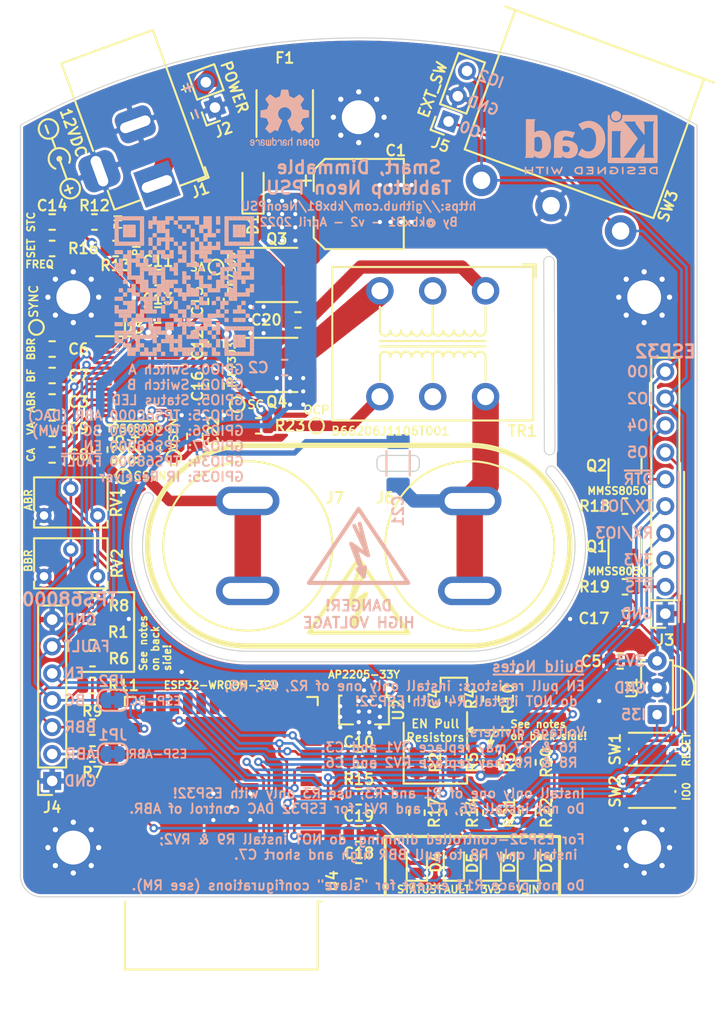
<source format=kicad_pcb>
(kicad_pcb (version 20211014) (generator pcbnew)
  (layers (0 "F.Cu" signal) (31 "B.Cu" signal) (34 "B.Paste" user) (35 "F.Paste" user) (36 "B.SilkS" user "B.Silkscreen") (37 "F.SilkS" user "F.Silkscreen") (38 "B.Mask" user) (39 "F.Mask" user) (44 "Edge.Cuts" user))
  (net 0 "")
  (net 1 "+12V")
  (net 2 "GND")
  (net 3 "/ABR")
  (net 4 "/BBR")
  (net 5 "/BF")
  (net 6 "/CAO")
  (net 7 "/CA-")
  (net 8 "/VA-")
  (net 9 "/VAO")
  (net 10 "+3V3")
  (net 11 "/V5")
  (net 12 "/VREF")
  (net 13 "/STC")
  (net 14 "/ESP_EN")
  (net 15 "/SA")
  (net 16 "/V5A")
  (net 17 "/V5C")
  (net 18 "/SC")
  (net 19 "/HV")
  (net 20 "/VSEN")
  (net 21 "Net-(D1-Pad2)")
  (net 22 "Net-(D2-Pad2)")
  (net 23 "Net-(D3-Pad2)")
  (net 24 "/GPIO5")
  (net 25 "Net-(D4-Pad2)")
  (net 26 "Net-(F1-Pad2)")
  (net 27 "/~{RTS}")
  (net 28 "/GPIO3")
  (net 29 "/GPIO1")
  (net 30 "/~{DTR}")
  (net 31 "/GPIO4")
  (net 32 "/GPIO2")
  (net 33 "/GPIO0")
  (net 34 "/BC")
  (net 35 "/TPS_EN")
  (net 36 "/FAULT")
  (net 37 "/CSEN")
  (net 38 "/PH")
  (net 39 "/GA")
  (net 40 "/GB")
  (net 41 "/GD")
  (net 42 "/GC")
  (net 43 "Net-(D5-Pad2)")
  (net 44 "Net-(Q1-Pad1)")
  (net 45 "/SET")
  (net 46 "/OCP")
  (net 47 "/SYNC")
  (net 48 "/GPI36")
  (net 49 "/GPI39")
  (net 50 "/GPI35")
  (net 51 "/GPIO32")
  (net 52 "/GPIO33")
  (net 53 "/ESP_ABR")
  (net 54 "/GPIO16")
  (net 55 "/GPIO17")
  (net 56 "/GPIO14")
  (net 57 "/GPIO12")
  (net 58 "/GPIO13")
  (net 59 "/GPIO15")
  (net 60 "/GPIO18")
  (net 61 "/GPIO19")
  (net 62 "/GPIO21")
  (net 63 "/GPIO22")
  (net 64 "/GPIO23")
  (net 65 "/XFMR")
  (net 66 "Net-(Q2-Pad1)")
  (net 67 "/ESP_BC")
  (footprint "Resistor_SMD:R_0805_2012Metric" (layer "F.Cu") (at 140.5 90.45)
    (fp_text reference "R23")
    (fp_text value "100")
  )
  (footprint "Resistor_SMD:R_0805_2012Metric" (layer "F.Cu") (at 159 116.25 -90)
    (fp_text reference "R4")
    (fp_text value "100K")
  )
  (footprint "SmartNeonPSU:E-Switch_R1966A‎_7mm_RA" (layer "F.Cu") (at 171 61.95 160)
    (fp_text reference "SW3")
    (fp_text value "CONTROL")
  )
  (footprint "MountingHole:MountingHole_3.2mm_M3_Pad_Via" (layer "F.Cu") (at 177 78.3)
    (fp_text reference "H4")
    (fp_text value "MountingHole_Pad")
  )
  (footprint "Package_SO:TSSOP-30_4.4x7.8mm_P0.5mm" (layer "F.Cu") (at 128.75 86)
    (fp_text reference "U3")
    (fp_text value "TPS68000")
  )
  (footprint "Resistor_SMD:R_0805_2012Metric" (layer "F.Cu") (at 124.81 107.45)
    (fp_text reference "R8")
    (fp_text value "10K")
  )
  (footprint "Button_Switch_SMD:SW_Push_1P1T_NO_CK_KMR2" (layer "F.Cu") (at 177.75 125)
    (fp_text reference "SW2")
    (fp_text value "IO0")
  )
  (footprint "MountingHole:MountingHole_3.2mm_M3_Pad_Via" (layer "F.Cu") (at 177 130.3)
    (fp_text reference "H3")
    (fp_text value "MountingHole_Pad")
  )
  (footprint "Resistor_SMD:R_0805_2012Metric" (layer "F.Cu") (at 124.81 121.46 180)
    (fp_text reference "R7")
    (fp_text value "10K")
  )
  (footprint "Resistor_SMD:R_0805_2012Metric" (layer "F.Cu") (at 159 127 -90)
    (fp_text reference "R14")
    (fp_text value "2K")
  )
  (footprint "Package_TO_SOT_SMD:SOT-23" (layer "F.Cu") (at 175.19 94.23 90)
    (fp_text reference "Q2")
    (fp_text value "MMSS8050")
  )
  (footprint "Package_TO_SOT_SMD:SOT-89-3" (layer "F.Cu") (at 150.5 117 -90)
    (fp_text reference "U2")
    (fp_text value "AP2205-33Y")
  )
  (footprint "Capacitor_SMD:C_0805_2012Metric" (layer "F.Cu") (at 155.5 116.25 -90)
    (fp_text reference "C4")
    (fp_text value "10 uF")
  )
  (footprint "Resistor_SMD:R_0805_2012Metric" (layer "F.Cu") (at 155.5 122.25 -90)
    (fp_text reference "R2")
    (fp_text value "100K")
  )
  (footprint "Resistor_SMD:R_0805_2012Metric" (layer "F.Cu") (at 124.81 109.95 180)
    (fp_text reference "R1")
    (fp_text value "100K")
  )
  (footprint "Capacitor_SMD:C_0805_2012Metric" (layer "F.Cu") (at 121 88.2 180)
    (fp_text reference "C3")
    (fp_text value "0.01 uF")
  )
  (footprint "SmartNeonPSU:SpringContact_9.9mm_5mm" (layer "F.Cu") (at 160.5 101.8)
    (fp_text reference "J6")
    (fp_text value "LAMP1+")
  )
  (footprint "TestPoint:TestPoint_Pad_D1.0mm" (layer "F.Cu") (at 138.5 88.45)
    (fp_text reference "TP6")
    (fp_text value "SC")
  )
  (footprint "Package_SO:SOIC-8_3.9x4.9mm_P1.27mm" (layer "F.Cu") (at 142.25 84.7)
    (fp_text reference "Q4")
    (fp_text value "IRF7303")
  )
  (footprint "OptoDevice:Vishay_MINICAST-3Pin" (layer "F.Cu") (at 178.225 117.74 90)
    (fp_text reference "U1")
    (fp_text value "TSOP382xx")
  )
  (footprint "Capacitor_SMD:C_0805_2012Metric" (layer "F.Cu") (at 121 93.2)
    (fp_text reference "C8")
    (fp_text value "1000 pF")
  )
  (footprint "Resistor_SMD:R_0805_2012Metric" (layer "F.Cu") (at 175.19 105.66)
    (fp_text reference "R19")
    (fp_text value "10K")
  )
  (footprint "Resistor_SMD:R_0805_2012Metric" (layer "F.Cu") (at 124.81 112.45)
    (fp_text reference "R6")
    (fp_text value "10K")
  )
  (footprint "Resistor_SMD:R_0805_2012Metric" (layer "F.Cu") (at 130.486222 92.7 -90)
    (fp_text reference "R24")
    (fp_text value "10K")
  )
  (footprint "LED_SMD:LED_0805_2012Metric" (layer "F.Cu") (at 162.5 131.745225 90)
    (fp_text reference "D3")
    (fp_text value "3V3")
  )
  (footprint "TestPoint:TestPoint_Pad_D1.0mm" (layer "F.Cu") (at 136.5 75.45)
    (fp_text reference "TP5")
    (fp_text value "SA")
  )
  (footprint "Capacitor_SMD:C_0805_2012Metric" (layer "F.Cu") (at 131 76.45 180)
    (fp_text reference "C11")
    (fp_text value "1 uF")
  )
  (footprint "Resistor_SMD:R_0805_2012Metric" (layer "F.Cu") (at 162.5 122.25 90)
    (fp_text reference "R3")
    (fp_text value "100K")
  )
  (footprint "Resistor_SMD:R_0805_2012Metric" (layer "F.Cu") (at 155.5 127 -90)
    (fp_text reference "R17")
    (fp_text value "1K")
  )
  (footprint "Capacitor_SMD:C_0805_2012Metric" (layer "F.Cu") (at 121 85.7)
    (fp_text reference "C7")
    (fp_text value "0.047 uF")
  )
  (footprint "Capacitor_SMD:C_0805_2012Metric" (layer "F.Cu") (at 121 71.2)
    (fp_text reference "C14")
    (fp_text value "1 uF")
  )
  (footprint "Resistor_SMD:R_0805_2012Metric" (layer "F.Cu") (at 125.5 92.7 -90)
    (fp_text reference "R25")
    (fp_text value "392")
  )
  (footprint "Resistor_SMD:R_0805_2012Metric" (layer "F.Cu") (at 166 122.25 90)
    (fp_text reference "R20")
    (fp_text value "10K")
  )
  (footprint "Potentiometer_THT:Potentiometer_Bourns_3266W_Vertical" (layer "F.Cu") (at 120.225 104.675 180)
    (fp_text reference "RV2")
    (fp_text value "200K")
  )
  (footprint "Resistor_SMD:R_0805_2012Metric" (layer "F.Cu") (at 121 73.7 180)
    (fp_text reference "R16")
    (fp_text value "162K")
  )
  (footprint "Capacitor_SMD:C_0805_2012Metric" (layer "F.Cu") (at 136.5 82.75 -90)
    (fp_text reference "C12")
    (fp_text value "2.2 uF")
  )
  (footprint "Capacitor_SMD:C_0805_2012Metric" (layer "F.Cu") (at 150 122)
    (fp_text reference "C10")
    (fp_text value "2.2 uF")
  )
  (footprint "SmartNeonPSU:Symbol_HighVoltage_Type2_SilkScreenTop_VerySmall" (layer "F.Cu") (at 150 107.1985)
    (fp_text reference "REF**")
    (fp_text value "Symbol_HighVoltage_Type2_SilkScreenTop_VerySmall")
  )
  (footprint "Symbol:Symbol_Barrel_Polarity" (layer "F.Cu") (at 121.749999 65.199999 -70)
    (fp_text reference "REF**" hide)
    (fp_text value "Symbol_Barrel_Polarity")
  )
  (footprint "LED_SMD:LED_0805_2012Metric" (layer "F.Cu") (at 166 131.75 90)
    (fp_text reference "D2")
    (fp_text value "V_IN")
  )
  (footprint "Resistor_SMD:R_0805_2012Metric" (layer "F.Cu") (at 127 73.7 180)
    (fp_text reference "R13")
    (fp_text value "10K")
  )
  (footprint "Capacitor_SMD:C_0805_2012Metric" (layer "F.Cu") (at 144.25 80.45 180)
    (fp_text reference "C20")
    (fp_text value "4.7 uF")
  )
  (footprint "TestPoint:TestPoint_Pad_D1.0mm" (layer "F.Cu") (at 127.75 95.2)
    (fp_text reference "TP1")
    (fp_text value "CSEN")
  )
  (footprint "SmartNeonPSU:SpringContact_9.9mm_5mm" (layer "F.Cu") (at 139.5 101.8)
    (fp_text reference "J7")
    (fp_text value "LAMP1-")
  )
  (footprint "MountingHole:MountingHole_3.2mm_M3_Pad_Via" (layer "F.Cu") (at 123 130.3)
    (fp_text reference "H2")
    (fp_text value "MountingHole_Pad")
  )
  (footprint "Connector_PinSocket_2.54mm:PinSocket_1x07_P2.54mm_Vertical" (layer "F.Cu") (at 121 124 180)
    (fp_text reference "J4")
    (fp_text value "TPS_IO")
  )
  (footprint "Resistor_SMD:R_0805_2012Metric" (layer "F.Cu") (at 162.5 116.25 -90)
    (fp_text reference "R10")
    (fp_text value "10K")
  )
  (footprint "Resistor_SMD:R_0805_2012Metric" (layer "F.Cu") (at 125 71.2 180)
    (fp_text reference "R12")
    (fp_text value "10K")
  )
  (footprint "Capacitor_SMD:C_0805_2012Metric" (layer "F.Cu") (at 150 132.5)
    (fp_text reference "C18")
    (fp_text value "47 uF")
  )
  (footprint "SmartNeonPSU:B66206J1106T001" (layer "F.Cu") (at 157 82.7 -90)
    (fp_text reference "TR1")
    (fp_text value "B66206J1106T001")
  )
  (footprint "Resistor_SMD:R_0805_2012Metric" (layer "F.Cu") (at 175.19 98.04)
    (fp_text reference "R18")
    (fp_text value "10K")
  )
  (footprint "Resistor_SMD:R_0805_2012Metric" (layer "F.Cu") (at 150 125.5)
    (fp_text reference "R15")
    (fp_text value "1K")
  )
  (footprint "LED_SMD:LED_0805_2012Metric" (layer "F.Cu") (at 155.5 131.743914 90)
    (fp_text reference "D4")
    (fp_text value "STATUS")
  )
  (footprint "Capacitor_SMD:C_0805_2012Metric" (layer "F.Cu") (at 121 90.7)
    (fp_text reference "C9")
    (fp_text value "0.01 uF")
  )
  (footprint "Connector_PinSocket_2.54mm:PinSocket_1x02_P2.54mm_Vertical" (layer "F.Cu") (at 136.404033 60.383167 -160)
    (fp_text reference "J2")
    (fp_text value "POWER")
  )
  (footprint "Capacitor_SMD:C_0805_2012Metric" (layer "F.Cu") (at 131 79.988216)
    (fp_text reference "C13")
    (fp_text value "0.22 uF")
  )
  (footprint "Capacitor_SMD:C_0805_2012Metric" (layer "F.Cu") (at 121 83.2 180)
    (fp_text reference "C6")
    (fp_text value "0.01 uF")
  )
  (footprint "LED_SMD:LED_0805_2012Metric" (layer "F.Cu") (at 159 131.747846 90)
    (fp_text reference "D5")
    (fp_text value "FAULT")
  )
  (footprint "Capacitor_SMD:C_0805_2012Metric" (layer "F.Cu") (at 174.735 112.66)
    (fp_text reference "C5")
    (fp_text value "1 uF")
  )
  (footprint "Connector_BarrelJack:BarrelJack_Horizontal" (layer "F.Cu") (at 130.915038 67.608002 -70)
    (fp_text reference "J1")
    (fp_text value "12VDC")
  )
  (footprint "Fuse:Fuse_2920_7451Metric" (layer "F.Cu") (at 143 60.95 90)
    (fp_text reference "F1")
    (fp_text value "2A")
  )
  (footprint "TestPoint:TestPoint_Pad_D1.0mm" (layer "F.Cu") (at 132.5 93.45 180)
    (fp_text reference "TP2")
    (fp_text value "VSEN")
  )
  (footprint "Capacitor_SMD:C_0805_2012Metric" (layer "F.Cu") (at 134.5 91.45 90)
    (fp_text reference "C22")
    (fp_text value "6800 pF")
  )
  (footprint "Resistor_SMD:R_0805_2012Metric" (layer "F.Cu") (at 124.81 114.979974 180)
    (fp_text reference "R11")
    (fp_text value "10K")
  )
  (footprint "Resistor_SMD:R_0805_2012Metric" (layer "F.Cu") (at 166 127 -90)
    (fp_text reference "R22")
    (fp_text value "10K")
  )
  (footprint "MountingHole:MountingHole_3.2mm_M3_Pad_Via" (layer "F.Cu") (at 150 61.3)
    (fp_text reference "H5")
    (fp_text value "MountingHole_Pad")
  )
  (footprint "TestPoint:TestPoint_Pad_D1.0mm" (layer "F.Cu") (at 119.506652 81.152934)
    (fp_text reference "TP3")
    (fp_text value "SYNC")
  )
  (footprint "MountingHole:MountingHole_3.2mm_M3_Pad_Via" (layer "F.Cu") (at 123 78.3)
    (fp_text reference "H1")
    (fp_text value "MountingHole_Pad")
  )
  (footprint "Resistor_SMD:R_0805_2012Metric" (layer "F.Cu") (at 162.5 127 -90)
    (fp_text reference "R21")
    (fp_text value "10K")
  )
  (footprint "RF_Module:ESP32-WROOM-32" (layer "F.Cu") (at 137 125.95 180)
    (fp_text reference "U4")
    (fp_text value "ESP32-WROOM-32D")
  )
  (footprint "Capacitor_SMD:C_0805_2012Metric" (layer "F.Cu") (at 175.19 108.65 180)
    (fp_text reference "C17")
    (fp_text value "1 uF")
  )
  (footprint "TestPoint:TestPoint_Pad_D1.0mm" (layer "F.Cu") (at 146 90.45)
    (fp_text reference "TP4")
    (fp_text value "OCP")
  )
  (footprint "Potentiometer_THT:Potentiometer_Bourns_3266W_Vertical" (layer "F.Cu") (at 120.225 98.925 180)
    (fp_text reference "RV1")
    (fp_text value "200K")
  )
  (footprint "Package_TO_SOT_SMD:SOT-23" (layer "F.Cu") (at 175.19 101.85 90)
    (fp_text reference "Q1")
    (fp_text value "MMSS8050")
  )
  (footprint "Button_Switch_SMD:SW_Push_1P1T_NO_CK_KMR2" (layer "F.Cu") (at 177.75 121)
    (fp_text reference "SW1")
    (fp_text value "RESET")
  )
  (footprint "Capacitor_SMD:C_0805_2012Metric" (layer "F.Cu") (at 136.5 78.7 -90)
    (fp_text reference "C15")
    (fp_text value "1 uF")
  )
  (footprint "Capacitor_SMD:C_0805_2012Metric" (layer "F.Cu") (at 150 129)
    (fp_text reference "C19")
    (fp_text value "47 uF")
  )
  (footprint "Capacitor_SMD:C_0805_2012Metric" (layer "F.Cu") (at 136.5 86.7 -90)
    (fp_text reference "C16")
    (fp_text value "1 uF")
  )
  (footprint "Resistor_SMD:R_0805_2012Metric" (layer "F.Cu") (at 124.81 118.92 180)
    (fp_text reference "R9")
    (fp_text value "10K")
  )
  (footprint "Connector_PinSocket_2.54mm:PinSocket_1x03_P2.54mm_Vertical" (layer "F.Cu") (at 158.5 61.7 160)
    (fp_text reference "J5")
    (fp_text value "EXT_SW")
  )
  (footprint "Resistor_SMD:R_0805_2012Metric" (layer "F.Cu") (at 159 122.25 90)
    (fp_text reference "R5")
    (fp_text value "100K")
  )
  (footprint "Package_SO:SOIC-8_3.9x4.9mm_P1.27mm" (layer "F.Cu") (at 142.25 76.2)
    (fp_text reference "Q3")
    (fp_text value "IRF7303")
  )
  (footprint "Diode_SMD:D_SOD-123F" (layer "F.Cu") (at 140 68.2 90)
    (fp_text reference "D1")
    (fp_text value "N/A")
  )
  (footprint "Capacitor_SMD:CP_Elec_8x6.9" (layer "F.Cu") (at 150 69.5)
    (fp_text reference "C1")
    (fp_text value "100 uF")
  )
  (footprint "Connector_PinSocket_2.54mm:PinSocket_1x10_P2.54mm_Vertical" (layer "F.Cu") (at 179 108.2 180)
    (fp_text reference "J3")
    (fp_text value "SERIAL+GPIO")
  )
  (footprint "SmartNeonPSU:NeonPSU_QR" (layer "B.Cu") (at 133.5 77.25 180)
    (fp_text reference "QR*****")
    (fp_text value "NeonPSU_QR")
  )
  (footprint "Capacitor_SMD:C_0805_2012Metric" (layer "B.Cu") (at 143 84.95 180)
    (fp_text reference "C2")
    (fp_text value "10 uF")
  )
  (footprint "Symbol:KiCad-Logo2_5mm_SilkScreen" (layer "B.Cu") (at 172 63.7 180)
    (fp_text reference "REF**" hide)
    (fp_text value "KiCad-Logo2_5mm_SilkScreen" hide)
  )
  (footprint "Symbol:OSHW-Logo2_7.3x6mm_SilkScreen" (layer "B.Cu") (at 143 61.45 180)
    (fp_text reference "REF**" hide)
    (fp_text value "OSHW-Logo2_7.3x6mm_SilkScreen" hide)
  )
  (footprint "Jumper:SolderJumper-2_P1.3mm_Bridged_RoundedPad1.0x1.5mm" (layer "B.Cu") (at 126.73 116.38 180)
    (fp_text reference "JP2")
    (fp_text value "ESP-BC")
  )
  (footprint "SmartNeonPSU:Symbol_HighVoltage_Type2_SilkScreenTop_VerySmall" (layer "B.Cu") (at 149.987639 102.5 180)
    (fp_text reference "REF**")
    (fp_text value "Symbol_HighVoltage_Type2_SilkScreenTop_VerySmall")
  )
  (footprint "Jumper:SolderJumper-2_P1.3mm_Bridged_RoundedPad1.0x1.5mm" (layer "B.Cu") (at 126.73 121.46 180)
    (fp_text reference "JP1")
    (fp_text value "ESP-ABR")
  )
  (footprint "Capacitor_SMD:C_1808_4520Metric_Slot" (layer "B.Cu") (at 153.722317 94 90)
    (fp_text reference "C21")
    (fp_text value "10 pF")
    (fp_line (start -0.75 -1.5) (end -0.75 1.5) (layer "Edge.Cuts") (width 0.12))
    (fp_line (start 0.75 1.5) (end 0.75 -1.5) (layer "Edge.Cuts") (width 0.12))
    (fp_line (start -0.25 2) (end 0.25 2) (layer "Edge.Cuts") (width 0.12))
    (fp_line (start 0.25 -2) (end -0.25 -2) (layer "Edge.Cuts") (width 0.12))
    (fp_arc (start 0.75 1.5) (mid 0.603553 1.853553) (end 0.25 2) (layer "Edge.Cuts") (width 0.12))
    (fp_arc (start -0.75 -1.5) (mid -0.603553 -1.853553) (end -0.25 -2) (layer "Edge.Cuts") (width 0.12))
    (fp_arc (start -0.25 2) (mid -0.603553 1.853553) (end -0.75 1.5) (layer "Edge.Cuts") (width 0.12))
    (fp_arc (start 0.25 -2) (mid 0.603553 -1.853553) (end 0.75 -1.5) (layer "Edge.Cuts") (width 0.12))
  )
  (gr_line (start 171.25 113.95) (end 162.75 113.95) (layer "B.SilkS") (width 0.2))
  (gr_line (start 180.27 94.8) (end 180.27 109) (layer "B.SilkS") (width 0.2))
  (gr_line (start 162.5 120.2) (end 162.5 120.7) (layer "F.SilkS") (width 0.2))
  (gr_line (start 154.25 118.5) (end 154.25 124.249998) (layer "F.SilkS") (width 0.2))
  (gr_line (start 180.778 109) (end 180.778 94.8) (layer "F.SilkS") (width 0.2))
  (gr_line (start 152.5 129.25) (end 169 129.25) (layer "F.SilkS") (width 0.3))
  (gr_line (start 160.25 124.249998) (end 160.25 123.499998) (layer "F.SilkS") (width 0.2))
  (gr_line (start 162.25 120.2) (end 162.5 120.7) (layer "F.SilkS") (width 0.2))
  (gr_line (start 128.75 106.170383) (end 128.75 113.7) (layer "F.SilkS") (width 0.2))
  (gr_line (start 160.75 118.95) (end 160.75 119.45) (layer "F.SilkS") (width 0.2))
  (gr_line (start 128.75 113.7) (end 123.5 113.7) (layer "F.SilkS") (width 0.2))
  (gr_line (start 160.25 119.2) (end 164.25 119.2) (layer "F.SilkS") (width 0.2))
  (gr_line (start 139.5 111.25) (end 160.5 111.25) (layer "F.SilkS") (width 0.5))
  (gr_arc (start 160.5 92.298) (mid 169.976 101.774) (end 160.5 111.25) (layer "F.SilkS") (width 0.5))
  (gr_line (start 154.25 124.249998) (end 160.25 124.249998) (layer "F.SilkS") (width 0.2))
  (gr_line (start 169 134.75) (end 169 129.25) (layer "F.SilkS") (width 0.3))
  (gr_line (start 160.25 114.249998) (end 157.75 114.249998) (layer "F.SilkS") (width 0.2))
  (gr_line (start 160.25 120.999998) (end 160.25 117.499998) (layer "F.SilkS") (width 0.2))
  (gr_line (start 139.5 92.298) (end 160.5 92.298) (layer "F.SilkS") (width 0.5))
  (gr_line (start 128.75 106.170383) (end 123.5 106.170383) (layer "F.SilkS") (width 0.2))
  (gr_line (start 162.75 120.2) (end 162.25 120.2) (layer "F.SilkS") (width 0.2))
  (gr_line (start 162.5 120.7) (end 162.75 120.2) (layer "F.SilkS") (width 0.2))
  (gr_line (start 160.75 119.45) (end 160.25 119.2) (layer "F.SilkS") (width 0.2))
  (gr_line (start 152.5 129.25) (end 152.5 134.75) (layer "F.SilkS") (width 0.3))
  (gr_line (start 157.75 114.249998) (end 157.75 115.249998) (layer "F.SilkS") (width 0.2))
  (gr_arc (start 162.5 120.2) (mid 162.792893 119.492893) (end 163.5 119.2) (layer "F.SilkS") (width 0.2))
  (gr_line (start 160.25 119.2) (end 160.75 118.95) (layer "F.SilkS") (width 0.2))
  (gr_arc (start 139.5 111.25) (mid 130.024 101.774) (end 139.5 92.298) (layer "F.SilkS") (width 0.5))
  (gr_line (start 160.25 115.249998) (end 160.25 114.249998) (layer "F.SilkS") (width 0.2))
  (gr_arc (start 182 132.951866) (mid 181.413827 134.365146) (end 180 134.95) (layer "Edge.Cuts") (width 0.1))
  (gr_arc (start 167.859538 95.092697) (mid 169.609149 105.82016) (end 160.5 111.75) (layer "Edge.Cuts") (width 0.1))
  (gr_line (start 168.5 74.95) (end 168.558447 92.7) (layer "Edge.Cuts") (width 0.1))
  (gr_line (start 182 132.951866) (end 182 62.047951) (layer "Edge.Cuts") (width 0.1))
  (gr_line (start 139.5 111.75) (end 160.5 111.75) (layer "Edge.Cuts") (width 0.1))
  (gr_arc (start 167.5 74.95) (mid 168 74.45) (end 168.5 74.95) (layer "Edge.Cuts") (width 0.1))
  (gr_line (start 167.5 74.95) (end 167.558447 92.7) (layer "Edge.Cuts") (width 0.1))
  (gr_arc (start 168.558447 94.386229) (mid 170.526242 106.199745) (end 160.5 112.75) (layer "Edge.Cuts") (width 0.1))
  (gr_arc (start 120 134.95) (mid 118.585786 134.364213) (end 118 132.949998) (layer "Edge.Cuts") (width 0.1))
  (gr_arc (start 168.558447 92.7) (mid 168.058447 93.2) (end 167.558447 92.7) (layer "Edge.Cuts") (width 0.1))
  (gr_line (start 120 134.95) (end 180 134.95) (layer "Edge.Cuts") (width 0.1))
  (gr_arc (start 118 62.047951) (mid 150 53.801975) (end 182 62.047951) (layer "Edge.Cuts") (width 0.1))
  (gr_arc (start 167.859538 95.092697) (mid 167.855751 94.390002) (end 168.558447 94.386229) (layer "Edge.Cuts") (width 0.1))
  (gr_arc (start 139.5 111.75) (mid 131.083619 107.107452) (end 130.521028 97.512025) (layer "Edge.Cuts") (width 0.1))
  (gr_line (start 139.5 112.75) (end 160.5 112.75) (layer "Edge.Cuts") (width 0.1))
  (gr_arc (start 139.5 112.75) (mid 130.220866 107.610603) (end 129.625158 97.02) (layer "Edge.Cuts") (width 0.1))
  (gr_arc (start 129.625158 97.02) (mid 130.319104 96.818079) (end 130.521028 97.512025) (layer "Edge.Cuts") (width 0.1))
  (gr_line (start 118 62.047951) (end 118 132.949998) (layer "Edge.Cuts") (width 0.1))
  (gr_text "Build Notes" (at 171.5 113.2) (layer "B.SilkS") (effects (font (size 1 1) (thickness 0.2)) (justify left mirror)))
  (gr_text "https://github.com/kbx81/NeonPSU" (at 150 69.7) (layer "B.SilkS") (effects (font (size 0.8 0.8) (thickness 0.16)) (justify mirror)))
  (gr_text "DANGER!\nHIGH VOLTAGE" (at 150 108.25) (layer "B.SilkS") (effects (font (size 1 1) (thickness 0.2)) (justify mirror)))
  (gr_text "EN pull resistors: install only one of R2, R4, R5;\n do NOT install R4 with ESP32!\n\nVoltage dividers:\n R6 & R7 may replace RV1 and C3.\n R8 & R9 may replace RV2 and C6.\n\nInstall only one of R1 and R3; use R3 only with ESP32!\nDo not install R6, R7 and RV1 for ESP32 DAC control of ABR.\n\nFor ESP32-controlled dimming, do NOT install R9 & RV2;\n install only R8 to pull BBR high and short C7.\n\nDo not place R13 except for {dblquote}slave{dblquote} configurations (see RM)." (at 171.5 124.45) (layer "B.SilkS") (effects (font (size 0.9 0.9) (thickness 0.18)) (justify left mirror)))
  (gr_text "GPIO0: Switch A\nGPIO2: Switch B\nGPIO5: Status LED\nGPIO25: TPS68000 ABR (DAC)\nGPIO26: TPS68000 BC (PWM)\nGPIO27: TPS68000 EN\nGPIO34: TPS68000 ~{FAULT}\nGPIO35: IR Receiver" (at 139.25 90.2) (layer "B.SilkS") (effects (font (size 0.9 0.9) (thickness 0.18)) (justify left mirror)))
  (gr_text "Smart, Dimmable\nTabletop Neon PSU" (at 150 67) (layer "B.SilkS") (effects (font (size 1.2 1.2) (thickness 0.25)) (justify mirror)))
  (gr_text "By @kbx81 - v2 - April 2022" (at 150 71.2) (layer "B.SilkS") (effects (font (size 0.8 0.8) (thickness 0.16)) (justify mirror)))
  (gr_text "See notes\non back side!" (at 164.25 119.2) (layer "F.SilkS") (effects (font (size 0.7 0.7) (thickness 0.16)) (justify left)))
  (gr_text "See notes\non back\nside!" (at 130.75 113.7 90) (layer "F.SilkS") (effects (font (size 0.7 0.7) (thickness 0.16)) (justify left)))
  (gr_text "EN Pull\nResistors" (at 157.25 119.249998) (layer "F.SilkS") (effects (font (size 0.8 0.8) (thickness 0.16))))
  (segment (start 130.5 83.45) (end 129.191768 82.141768) (width 0.3) (layer "F.Cu") (net 1))
  (segment (start 140 73.2) (end 141.5 71.7) (width 0.5) (layer "F.Cu") (net 1))
  (segment (start 130.774639 85.5) (end 130.5 85.225361) (width 0.3) (layer "F.Cu") (net 1))
  (segment (start 155.5375 115.3375) (end 155.5 115.3) (width 0.5) (layer "F.Cu") (net 1))
  (segment (start 129.536304 78.913696) (end 130.786304 78.913696) (width 0.3) (layer "F.Cu") (net 1))
  (segment (start 129.191768 82.141768) (end 129.191768 79.258232) (width 0.3) (layer "F.Cu") (net 1))
  (segment (start 131.6125 85.5) (end 130.774639 85.5) (width 0.3) (layer "F.Cu") (net 1))
  (segment (start 137.25 73.2) (end 134 76.45) (width 0.5) (layer "F.Cu") (net 1))
  (segment (start 137.25 73.2) (end 140 73.2) (width 0.5) (layer "F.Cu") (net 1))
  (segment (start 155.45 115.35) (end 155.5 115.3) (width 0.5) (layer "F.Cu") (net 1))
  (segment (start 130.5 85.225361) (end 130.5 83.45) (width 0.3) (layer "F.Cu") (net 1))
  (segment (start 130.786304 78.913696) (end 131.95 77.75) (width 0.3) (layer "F.Cu") (net 1))
  (segment (start 131.95 77.75) (end 131.95 76.45) (width 0.3) (layer "F.Cu") (net 1))
  (segment (start 152 115.35) (end 152.85 115.35) (width 1) (layer "F.Cu") (net 1))
  (segment (start 152.85 115.35) (end 155.45 115.35) (width 0.5) (layer "F.Cu") (net 1))
  (segment (start 129.191768 79.258232) (end 129.536304 78.913696) (width 0.3) (layer "F.Cu") (net 1))
  (segment (start 159 115.3375) (end 162.5 115.3375) (width 0.5) (layer "F.Cu") (net 1))
  (segment (start 134 76.45) (end 131.95 76.45) (width 0.5) (layer "F.Cu") (net 1))
  (segment (start 159 115.3375) (end 155.5375 115.3375) (width 0.5) (layer "F.Cu") (net 1))
  (via (at 142.75 70.45) (size 0.8) (drill 0.4) (layers "F.Cu" "B.Cu") (net 1))
  (via (at 144 72.95) (size 0.8) (drill 0.4) (layers "F.Cu" "B.Cu") (net 1))
  (via (at 144 70.45) (size 0.8) (drill 0.4) (layers "F.Cu" "B.Cu") (net 1))
  (via (at 144.75 88.45) (size 0.8) (drill 0.4) (layers "F.Cu" "B.Cu") (net 1))
  (via (at 143.5 85.95) (size 0.8) (drill 0.4) (layers "F.Cu" "B.Cu") (net 1))
  (via (at 144.75 85.95) (size 0.8) (drill 0.4) (layers "F.Cu" "B.Cu") (net 1))
  (via (at 143.5 87.2) (size 0.8) (drill 0.4) (layers "F.Cu" "B.Cu") (net 1))
  (via (at 141.5 70.45) (size 0.8) (drill 0.4) (layers "F.Cu" "B.Cu") (net 1))
  (via (at 141.5 71.7) (size 0.8) (drill 0.4) (layers "F.Cu" "B.Cu") (net 1))
  (via (at 144 71.7) (size 0.8) (drill 0.4) (layers "F.Cu" "B.Cu") (net 1))
  (via (at 142.75 72.95) (size 0.8) (drill 0.4) (layers "F.Cu" "B.Cu") (net 1))
  (via (at 142.75 69.2) (size 0.8) (drill 0.4) (layers "F.Cu" "B.Cu") (net 1))
  (via (at 144.75 87.2) (size 0.8) (drill 0.4) (layers "F.Cu" "B.Cu") (net 1))
  (via (at 141.5 72.95) (size 0.8) (drill 0.4) (layers "F.Cu" "B.Cu") (net 1))
  (via (at 142.75 71.7) (size 0.8) (drill 0.4) (layers "F.Cu" "B.Cu") (net 1))
  (via (at 144 69.2) (size 0.8) (drill 0.4) (layers "F.Cu" "B.Cu") (net 1))
  (via (at 141.5 69.2) (size 0.8) (drill 0.4) (layers "F.Cu" "B.Cu") (net 1))
  (via (at 143.5 88.45) (size 0.8) (drill 0.4) (layers "F.Cu" "B.Cu") (net 1))
  (via (at 152.85 115.35) (size 1.2) (drill 0.6) (layers "F.Cu" "B.Cu") (net 1))
  (segment (start 139.25 90.45) (end 141.5 90.45) (width 0.5) (layer "B.Cu") (net 1))
  (segment (start 143.5 88.45) (end 141.5 90.45) (width 0.5) (layer "B.Cu") (net 1))
  (segment (start 139.394601 113.262803) (end 150.762803 113.262803) (width 0.5) (layer "B.Cu") (net 1))
  (segment (start 127.999999 101.868201) (end 127.999999 101.700001) (width 0.5) (layer "B.Cu") (net 1))
  (segment (start 150.762803 113.262803) (end 152.85 115.35) (width 0.5) (layer "B.Cu") (net 1))
  (arc (start 127.999999 101.700001) (mid 131.295048 93.745049) (end 139.25 90.45) (width 0.5) (layer "B.Cu") (net 1))
  (arc (start 127.999999 101.868201) (mid 131.337401 109.925401) (end 139.394601 113.262803) (width 0.5) (layer "B.Cu") (net 1))
  (segment (start 132.075181 80.113397) (end 131.95 79.988216) (width 0.3) (layer "F.Cu") (net 2))
  (segment (start 132.75 82.700361) (end 132.75 82.299639) (width 0.3) (layer "F.Cu") (net 2))
  (segment (start 129.25 89.45) (end 129.25 87.7) (width 0.25) (layer "F.Cu") (net 2))
  (segment (start 132.075181 81.624819) (end 132.075181 80.113397) (width 0.3) (layer "F.Cu") (net 2))
  (segment (start 130.45 86.5) (end 131.6125 86.5) (width 0.25) (layer "F.Cu") (net 2))
  (segment (start 131.6125 86.5) (end 133.45 86.5) (width 0.3) (layer "F.Cu") (net 2))
  (segment (start 133.45 86.5) (end 136.25 83.7) (width 0.3) (layer "F.Cu") (net 2))
  (segment (start 132.75 82.299639) (end 132.075181 81.624819) (width 0.3) (layer "F.Cu") (net 2))
  (segment (start 132.450361 83) (end 132.75 82.700361) (width 0.3) (layer "F.Cu") (net 2))
  (segment (start 129.25 87.7) (end 130.45 86.5) (width 0.25) (layer "F.Cu") (net 2))
  (segment (start 136.25 83.7) (end 136.5 83.7) (width 0.3) (layer "F.Cu") (net 2))
  (segment (start 131.6125 83) (end 132.450361 83) (width 0.3) (layer "F.Cu") (net 2))
  (via (at 172.75 116.45) (size 0.8) (drill 0.4) (layers "F.Cu" "B.Cu") (net 2))
  (via (at 165 113.7) (size 0.8) (drill 0.4) (layers "F.Cu" "B.Cu") (net 2))
  (via (at 141 79.2) (size 0.8) (drill 0.4) (layers "F.Cu" "B.Cu") (net 2))
  (via (at 137.25 89.45) (size 0.8) (drill 0.4) (layers "F.Cu" "B.Cu") (net 2))
  (via (at 150.5 114.45) (size 0.8) (drill 0.4) (layers "F.Cu" "B.Cu") (net 2))
  (via (at 150 117.45) (size 0.8) (drill 0.4) (layers "F.Cu" "B.Cu") (net 2))
  (via (at 152 67.7) (size 0.8) (drill 0.4) (layers "F.Cu" "B.Cu") (net 2))
  (via (at 155 71.2) (size 0.8) (drill 0.4) (layers "F.Cu" "B.Cu") (net 2))
  (via (at 150 116.45) (size 0.8) (drill 0.4) (layers "F.Cu" "B.Cu") (net 2))
  (via (at 126.5 91.7) (size 0.8) (drill 0.4) (layers "F.Cu" "B.Cu") (net 2))
  (via (at 148.25 118.95) (size 0.8) (drill 0.4) (layers "F.Cu" "B.Cu") (net 2))
  (via (at 135.25 89.45) (size 0.8) (drill 0.4) (layers "F.Cu" "B.Cu") (net 2))
  (via (at 154 71.2) (size 0.8) (drill 0.4) (layers "F.Cu" "B.Cu") (net 2))
  (via (at 136.25 127.7) (size 0.8) (drill 0.4) (layers "F.Cu" "B.Cu") (net 2))
  (via (at 133.25 113.7) (size 0.8) (drill 0.4) (layers "F.Cu" "B.Cu") (net 2))
  (via (at 125.5 90.95) (size 0.8) (drill 0.4) (layers "F.Cu" "B.Cu") (net 2))
  (via (at 139.75 127.7) (size 0.8) (drill 0.4) (layers "F.Cu" "B.Cu") (net 2))
  (via (at 164.25 124.95) (size 0.8) (drill 0.4) (layers "F.Cu" "B.Cu") (net 2))
  (via (at 148.25 116.95) (size 0.8) (drill 0.4) (layers "F.Cu" "B.Cu") (net 2))
  (via (at 155 67.7) (size 0.8) (drill 0.4) (layers "F.Cu" "B.Cu") (net 2))
  (via (at 138 126.45) (size 0.8) (drill 0.4) (layers "F.Cu" "B.Cu") (net 2))
  (via (at 129.25 89.45) (size 0.8) (drill 0.4) (layers "F.Cu" "B.Cu") (net 2))
  (via (at 153 67.7) (size 0.8) (drill 0.4) (layers "F.Cu" "B.Cu") (net 2))
  (via (at 139.75 81.7) (size 0.8) (drill 0.4) (layers "F.Cu" "B.Cu") (net 2))
  (via (at 139.75 79.2) (size 0.8) (drill 0.4) (layers "F.Cu" "B.Cu") (net 2))
  (via (at 150 118.45) (size 0.8) (drill 0.4) (layers "F.Cu" "B.Cu") (net 2))
  (via (at 150 119.45) (size 0.8) (drill 0.4) (layers "F.Cu" "B.Cu") (net 2))
  (via (at 151 118.45) (size 0.8) (drill 0.4) (layers "F.Cu" "B.Cu") (net 2))
  (via (at 152 116.95) (size 0.8) (drill 0.4) (layers "F.Cu" "B.Cu") (net 2))
  (via (at 139.75 125.2) (size 0.8) (drill 0.4) (layers "F.Cu" "B.Cu") (net 2))
  (via (at 132.075181 81.624819) (size 1) (drill 0.5) (layers "F.Cu" "B.Cu") (net 2))
  (via (at 136.25 125.2) (size 0.8) (drill 0.4) (layers "F.Cu" "B.Cu") (net 2))
  (via (at 151 116.45) (size 0.8) (drill 0.4) (layers "F.Cu" "B.Cu") (net 2))
  (via (at 150.5 115.45) (size 0.8) (drill 0.4) (layers "F.Cu" "B.Cu") (net 2))
  (via (at 152 71.2) (size 0.8) (drill 0.4) (layers "F.Cu" "B.Cu") (net 2))
  (via (at 151 117.45) (size 0.8) (drill 0.4) (layers "F.Cu" "B.Cu") (net 2))
  (via (at 141 81.7) (size 0.8) (drill 0.4) (layers "F.Cu" "B.Cu") (net 2))
  (via (at 128.25 108.7) (size 0.8) (drill 0.4) (layers "F.Cu" "B.Cu") (net 2))
  (via (at 152 117.95) (size 0.8) (drill 0.4) (layers "F.Cu" "B.Cu") (net 2))
  (via (at 133.25 89.45) (size 0.8) (drill 0.4) (layers "F.Cu" "B.Cu") (net 2))
  (via (at 154 67.7) (size 0.8) (drill 0.4) (layers "F.Cu" "B.Cu") (net 2))
  (via (at 142.25 85.95) (size 0.8) (drill 0.4) (layers "F.Cu" "B.Cu") (net 2))
  (via (at 127.75 96.7) (size 0.8) (drill 0.4) (layers "F.Cu" "B.Cu") (net 2))
  (via (at 170 108.7) (size 0.8) (drill 0.4) (layers "F.Cu" "B.Cu") (net 2))
  (via (at 152 118.95) (size 0.8) (drill 0.4) (layers "F.Cu" "B.Cu") (net 2))
  (via (at 153 71.2) (size 0.8) (drill 0.4) (layers "F.Cu" "B.Cu") (net 2))
  (via (at 151 119.45) (size 0.8) (drill 0.4) (layers "F.Cu" "B.Cu") (net 2))
  (via (at 128.75 78.35) (size 0.8) (drill 0.4) (layers "F.Cu" "B.Cu") (net 2))
  (via (at 139.75 80.45) (size 0.8) (drill 0.4) (layers "F.Cu" "B.Cu") (net 2))
  (via (at 148.25 117.95) (size 0.8) (drill 0.4) (layers "F.Cu" "B.Cu") (net 2))
  (via (at 141 80.45) (size 0.8) (drill 0.4) (layers "F.Cu" "B.Cu") (net 2))
  (via (at 142.25 87.2) (size 0.8) (drill 0.4) (layers "F.Cu" "B.Cu") (net 2))
  (segment (start 126.55952 110.64048) (end 126.55952 104.25952) (width 0.25) (layer "F.Cu") (net 3))
  (segment (start 123.8975 121.46) (end 124.805715 120.551785) (width 0.25) (layer "F.Cu") (net 3))
  (segment (start 121.95 87.891268) (end 123.085011 86.756257) (width 0.25) (layer "F.Cu") (net 3))
  (segment (start 121 121.46) (end 123.8975 121.46) (width 0.25) (layer "F.Cu") (net 3))
  (segment (start 124.805715 114.255715) (end 123.8975 113.3475) (width 0.25) (layer "F.Cu") (net 3))
  (segment (start 123.8975 113.3475) (end 123.8975 112.45) (width 0.25) (layer "F.Cu") (net 3))
  (segment (start 121.95 88.2) (end 121.95 87.891268) (width 0.25) (layer "F.Cu") (net 3))
  (segment (start 125.1475 111.2) (end 126 111.2) (width 0.25) (layer "F.Cu") (net 3))
  (segment (start 125.8875 86) (end 123.841268 86) (width 0.25) (layer "F.Cu") (net 3))
  (segment (start 123.841268 86) (end 123.085011 86.756257) (width 0.25) (layer "F.Cu") (net 3))
  (segment (start 124.75 102.45) (end 124.75 99.95) (width 0.25) (layer "F.Cu") (net 3))
  (segment (start 124.75 99.95) (end 122.765 97.965) (width 0.25) (layer "F.Cu") (net 3))
  (segment (start 126 111.2) (end 126.55952 110.64048) (width 0.25) (layer "F.Cu") (net 3))
  (segment (start 126.55952 104.25952) (end 124.75 102.45) (width 0.25) (layer "F.Cu") (net 3))
  (segment (start 124.805715 120.551785) (end 124.805715 114.255715) (width 0.25) (layer "F.Cu") (net 3))
  (segment (start 122.765 97.965) (end 122.765 96.385) (width 0.25) (layer "F.Cu") (net 3))
  (segment (start 123.8975 112.45) (end 125.1475 111.2) (width 0.25) (layer "F.Cu") (net 3))
  (via (at 123.085011 86.756257) (size 0.8) (drill 0.4) (layers "F.Cu" "B.Cu") (net 3))
  (segment (start 122.765 96.385) (end 122.75 96.37) (width 0.25) (layer "B.Cu") (net 3))
  (segment (start 122.75 95.45) (end 123.085011 95.114989) (width 0.25) (layer "B.Cu") (net 3))
  (segment (start 122.75 96.37) (end 122.75 95.45) (width 0.25) (layer "B.Cu") (net 3))
  (segment (start 121 121.46) (end 126.08 121.46) (width 0.25) (layer "B.Cu") (net 3))
  (segment (start 123.085011 95.114989) (end 123.085011 86.756257) (width 0.25) (layer "B.Cu") (net 3))
  (segment (start 125.084994 84.5) (end 124.284994 83.7) (width 0.25) (layer "F.Cu") (net 4))
  (segment (start 125.8875 84.5) (end 125.084994 84.5) (width 0.25) (layer "F.Cu") (net 4))
  (segment (start 121 118.92) (end 123.8975 118.92) (width 0.25) (layer "F.Cu") (net 4))
  (segment (start 121.5 115.2) (end 120.5 115.2) (width 0.25) (layer "F.Cu") (net 4))
  (segment (start 119.825489 117.745489) (end 121 118.92) (width 0.25) (layer "F.Cu") (net 4))
  (segment (start 119.825489 115.874511) (end 119.825489 117.745489) (width 0.25) (layer "F.Cu") (net 4))
  (segment (start 123.8975 107.45) (end 124.805126 108.357626) (width 0.25) (layer "F.Cu") (net 4))
  (segment (start 123 111.7) (end 123 113.7) (width 0.25) (layer "F.Cu") (net 4))
  (segment (start 122.765 106.3175) (end 123.8975 107.45) (width 0.25) (layer "F.Cu") (net 4))
  (segment (start 124.805126 110.644874) (end 124.25 111.2) (width 0.25) (layer "F.Cu") (net 4))
  (segment (start 120.5 115.2) (end 119.825489 115.874511) (width 0.25) (layer "F.Cu") (net 4))
  (segment (start 124.25 111.2) (end 123.5 111.2) (width 0.25) (layer "F.Cu") (net 4))
  (segment (start 124.284994 83.7) (end 124.25 83.7) (width 0.25) (layer "F.Cu") (net 4))
  (segment (start 123.75 83.2) (end 124.25 83.7) (width 0.25) (layer "F.Cu") (net 4))
  (segment (start 124.805126 108.357626) (end 124.805126 110.644874) (width 0.25) (layer "F.Cu") (net 4))
  (segment (start 122.765 102.135) (end 122.765 106.3175) (width 0.25) (layer "F.Cu") (net 4))
  (segment (start 123.5 111.2) (end 123 111.7) (width 0.25) (layer "F.Cu") (net 4))
  (segment (start 121.95 83.2) (end 123.75 83.2) (width 0.25) (layer "F.Cu") (net 4))
  (segment (start 123 113.7) (end 121.5 115.2) (width 0.25) (layer "F.Cu") (net 4))
  (via (at 124.25 83.7) (size 0.8) (drill 0.4) (layers "F.Cu" "B.Cu") (net 4))
  (segment (start 122.765 97.965) (end 121.720489 96.920489) (width 0.25) (layer "B.Cu") (net 4))
  (segment (start 122.359055 95.090945) (end 122.359055 86.449295) (width 0.25) (layer "B.Cu") (net 4))
  (segment (start 123.25 84.672947) (end 124.222947 83.7) (width 0.25) (layer "B.Cu") (net 4))
  (segment (start 122.765 102.135) (end 122.765 97.965) (width 0.25) (layer "B.Cu") (net 4))
  (segment (start 124.222947 83.7) (end 124.25 83.7) (width 0.25) (layer "B.Cu") (net 4))
  (segment (start 123.25 85.55835) (end 123.25 84.672947) (width 0.25) (layer "B.Cu") (net 4))
  (segment (start 121.720489 96.920489) (end 121.720489 95.729511) (width 0.25) (layer "B.Cu") (net 4))
  (segment (start 121.720489 95.729511) (end 122.359055 95.090945) (width 0.25) (layer "B.Cu") (net 4))
  (segment (start 122.359055 86.449295) (end 123.25 85.55835) (width 0.25) (layer "B.Cu") (net 4))
  (segment (start 122.15 85.5) (end 121.95 85.7) (width 0.25) (layer "F.Cu") (net 5))
  (segment (start 125.8875 85.5) (end 122.15 85.5) (width 0.25) (layer "F.Cu") (net 5))
  (segment (start 123.301492 90.569823) (end 124.25 89.621315) (width 0.25) (layer "F.Cu") (net 6))
  (segment (start 121.95 93.2) (end 121.95 93) (width 0.25) (layer "F.Cu") (net 6))
  (segment (start 123.301492 91.648508) (end 123.301492 90.569823) (width 0.25) (layer "F.Cu") (net 6))
  (segment (start 124.25 89.621315) (end 124.25 88.95) (width 0.25) (layer "F.Cu") (net 6))
  (segment (start 121.95 93) (end 123.301492 91.648508) (width 0.25) (layer "F.Cu") (net 6))
  (segment (start 124.7 88.5) (end 125.8875 88.5) (width 0.25) (layer "F.Cu") (net 6))
  (segment (start 124.25 88.95) (end 124.7 88.5) (width 0.25) (layer "F.Cu") (net 6))
  (segment (start 121.091532 91.95) (end 122.25 91.95) (width 0.25) (layer "F.Cu") (net 7))
  (segment (start 123.774506 88.684177) (end 124.458683 88) (width 0.25) (layer "F.Cu") (net 7))
  (segment (start 120.05 92.991532) (end 121.091532 91.95) (width 0.25) (layer "F.Cu") (net 7))
  (segment (start 123.774506 89.425494) (end 123.774506 88.684177) (width 0.25) (layer "F.Cu") (net 7))
  (segment (start 122.823471 91.376529) (end 122.823471 90.376529) (width 0.25) (layer "F.Cu") (net 7))
  (segment (start 124.458683 88) (end 125.8875 88) (width 0.25) (layer "F.Cu") (net 7))
  (segment (start 122.25 91.95) (end 122.823471 91.376529) (width 0.25) (layer "F.Cu") (net 7))
  (segment (start 122.823471 90.376529) (end 123.774506 89.425494) (width 0.25) (layer "F.Cu") (net 7))
  (segment (start 120.05 93.2) (end 120.05 92.991532) (width 0.25) (layer "F.Cu") (net 7))
  (segment (start 123.285159 89.07861) (end 123.285159 88.253277) (width 0.25) (layer "F.Cu") (net 8))
  (segment (start 121.95 90.7) (end 121.95 90.413769) (width 0.25) (layer "F.Cu") (net 8))
  (segment (start 121.95 90.413769) (end 123.285159 89.07861) (width 0.25) (layer "F.Cu") (net 8))
  (segment (start 124.538436 87) (end 125.8875 87) (width 0.25) (layer "F.Cu") (net 8))
  (segment (start 123.285159 88.253277) (end 124.538436 87) (width 0.25) (layer "F.Cu") (net 8))
  (segment (start 120.05 90.7) (end 120.05 90.506674) (width 0.25) (layer "F.Cu") (net 9))
  (segment (start 124.367981 86.5) (end 125.8875 86.5) (width 0.25) (layer "F.Cu") (net 9))
  (segment (start 122.819466 88.048515) (end 124.367981 86.5) (width 0.25) (layer "F.Cu") (net 9))
  (segment (start 121.106674 89.45) (end 122.25 89.45) (width 0.25) (layer "F.Cu") (net 9))
  (segment (start 122.25 89.45) (end 122.819466 88.880534) (width 0.25) (layer "F.Cu") (net 9))
  (segment (start 120.05 90.506674) (end 121.106674 89.45) (width 0.25) (layer "F.Cu") (net 9))
  (segment (start 122.819466 88.880534) (end 122.819466 88.048515) (width 0.25) (layer "F.Cu") (net 9))
  (segment (start 151.55 123.75) (end 153.8875 126.0875) (width 0.3) (layer "F.Cu") (net 10))
  (segment (start 159 123.1625) (end 166 123.1625) (width 0.3) (layer "F.Cu") (net 10))
  (segment (start 145.5 132.935) (end 148.615 132.935) (width 0.3) (layer "F.Cu") (net 10))
  (segment (start 153.8875 126.0875) (end 155.5 126.0875) (width 0.3) (layer "F.Cu") (net 10))
  (segment (start 149.05 132.5) (end 149.05 129) (width 0.3) (layer "F.Cu") (net 10))
  (segment (start 159 126.0875) (end 162.5 126.0875) (width 0.3) (layer "F.Cu") (net 10))
  (segment (start 149 115.35) (end 149 121.95) (width 0.3) (layer "F.Cu") (net 10))
  (segment (start 162.5 126.0875) (end 166 126.0875) (width 0.3) (layer "F.Cu") (net 10))
  (segment (start 155.5 126.0875) (end 159 126.0875) (width 0.3) (layer "F.Cu") (net 10))
  (segment (start 150.75 123.75) (end 151.55 123.75) (width 0.3) (layer "F.Cu") (net 10))
  (segment (start 161.548817 123.51471) (end 161.901027 123.1625) (width 0.3) (layer "F.Cu") (net 10))
  (segment (start 149.05 125.5375) (end 149.0875 125.5) (width 0.3) (layer "F.Cu") (net 10))
  (segment (start 149.05 129) (end 149.05 122) (width 0.3) (layer "F.Cu") (net 10))
  (segment (start 148.615 132.935) (end 149.05 132.5) (width 0.3) (layer "F.Cu") (net 10))
  (segment (start 159 126.0875) (end 159 123.1625) (width 0.3) (layer "F.Cu") (net 10))
  (segment (start 149.05 122.05) (end 150.75 123.75) (width 0.3) (layer "F.Cu") (net 10))
  (segment (start 149.0875 125.5) (end 149.05 125.4625) (width 0.3) (layer "F.Cu") (net 10))
  (segment (start 175.685 112.66) (end 178.225 112.66) (width 0.3) (layer "F.Cu") (net 10))
  (segment (start 149 121.95) (end 149.05 122) (width 0.3) (layer "F.Cu") (net 10))
  (via (at 161.548817 123.51471) (size 1) (drill 0.5) (layers "F.Cu" "B.Cu") (net 10))
  (segment (start 177.75 104.37) (end 179 103.12) (width 0.3) (layer "B.Cu") (net 10))
  (segment (start 163.18529 123.51471) (end 161.548817 123.51471) (width 0.3) (layer "B.Cu") (net 10))
  (segment (start 177.75 110.7) (end 177.75 104.37) (width 0.3) (layer "B.Cu") (net 10))
  (segment (start 178.225 112.66) (end 174.04 112.66) (width 0.3) (layer "B.Cu") (net 10))
  (segment (start 178.225 112.66) (end 178.225 111.175) (width 0.3) (layer "B.Cu") (net 10))
  (segment (start 174.04 112.66) (end 163.18529 123.51471) (width 0.3) (layer "B.Cu") (net 10))
  (segment (start 178.225 111.175) (end 177.75 110.7) (width 0.3) (layer "B.Cu") (net 10))
  (segment (start 124.0875 71.2) (end 124.0875 72.5375) (width 0.3) (layer "F.Cu") (net 11))
  (segment (start 124.0875 72.5375) (end 124.75 73.2) (width 0.3) (layer "F.Cu") (net 11))
  (segment (start 135.25 83.95) (end 135.25 82.7) (width 0.3) (layer "F.Cu") (net 11))
  (segment (start 125.7225 107.45) (end 125.7225 109.95) (width 0.3) (layer "F.Cu") (net 11))
  (segment (start 131.6125 86) (end 133.2 86) (width 0.3) (layer "F.Cu") (net 11))
  (segment (start 125.7225 107.45) (end 125.7225 106.4225) (width 0.3) (layer "F.Cu") (net 11))
  (segment (start 125.7225 106.4225) (end 125.305 106.005) (width 0.3) (layer "F.Cu") (net 11))
  (segment (start 133.2 86) (end 135.25 83.95) (width 0.3) (layer "F.Cu") (net 11))
  (segment (start 136.5 81.8) (end 137.473207 81.8) (width 0.3) (layer "F.Cu") (net 11))
  (segment (start 125.305 106.005) (end 125.305 104.675) (width 0.3) (layer "F.Cu") (net 11))
  (segment (start 136.15 81.8) (end 136.5 81.8) (width 0.3) (layer "F.Cu") (net 11))
  (segment (start 135.25 82.7) (end 136.15 81.8) (width 0.3) (layer "F.Cu") (net 11))
  (via (at 137.5 81.8) (size 1) (drill 0.5) (layers "F.Cu" "B.Cu") (net 11))
  (via (at 124.75 73.2) (size 1) (drill 0.5) (layers "F.Cu" "B.Cu") (net 11))
  (segment (start 124.260489 85.939511) (end 124.260489 99.460489) (width 0.25) (layer "B.Cu") (net 11))
  (segment (start 124.75 73.2) (end 129.5 77.95) (width 0.3) (layer "B.Cu") (net 11))
  (segment (start 129.5 80.7) (end 136.4 80.7) (width 0.25) (layer "B.Cu") (net 11))
  (segment (start 136.4 80.7) (end 137.5 81.8) (width 0.25) (layer "B.Cu") (net 11))
  (segment (start 125.305 100.505) (end 125.305 104.675) (width 0.25) (layer "B.Cu") (net 11))
  (segment (start 129.5 80.7) (end 124.260489 85.939511) (width 0.25) (layer "B.Cu") (net 11))
  (segment (start 124.260489 99.460489) (end 125.305 100.505) (width 0.25) (layer "B.Cu") (net 11))
  (segment (start 129.5 77.95) (end 129.5 80.7) (width 0.3) (layer "B.Cu") (net 11))
  (segment (start 125.305 102.255) (end 125.305 98.925) (width 0.3) (layer "F.Cu") (net 12))
  (segment (start 130.05 81.599056) (end 130.05 79.988216) (width 0.3) (layer "F.Cu") (net 12))
  (segment (start 125.7225 112.45) (end 125.7225 112.2275) (width 0.3) (layer "F.Cu") (net 12))
  (segment (start 131.6125 82.5) (end 130.950944 82.5) (width 0.3) (layer "F.Cu") (net 12))
  (segment (start 127.086738 104.036738) (end 125.305 102.255) (width 0.3) (layer "F.Cu") (net 12))
  (segment (start 125.7225 112.2275) (end 127.086738 110.863262) (width 0.3) (layer "F.Cu") (net 12))
  (segment (start 130.075472 81.624528) (end 130.05 81.599056) (width 0.3) (layer "F.Cu") (net 12))
  (segment (start 127.086738 110.863262) (end 127.086738 104.036738) (width 0.3) (layer "F.Cu") (net 12))
  (segment (start 130.950944 82.5) (end 130.075472 81.624528) (width 0.3) (layer "F.Cu") (net 12))
  (via (at 130.075472 81.624528) (size 1) (drill 0.5) (layers "F.Cu" "B.Cu") (net 12))
  (segment (start 129.32547 81.624528) (end 130.075472 81.624528) (width 0.25) (layer "B.Cu") (net 12))
  (segment (start 124.75 86.199998) (end 129.32547 81.624528) (width 0.25) (layer "B.Cu") (net 12))
  (segment (start 124.75 98.37) (end 124.75 86.199998) (width 0.25) (layer "B.Cu") (net 12))
  (segment (start 125.305 98.925) (end 124.75 98.37) (width 0.25) (layer "B.Cu") (net 12))
  (segment (start 121.95 71.610079) (end 121.95 71.2) (width 0.25) (layer "F.Cu") (net 13))
  (segment (start 125.8875 83.5) (end 126.825724 83.5) (width 0.25) (layer "F.Cu") (net 13))
  (segment (start 126.825724 83.5) (end 127.5 82.825724) (width 0.25) (layer "F.Cu") (net 13))
  (segment (start 127.5 77.160079) (end 121.95 71.610079) (width 0.25) (layer "F.Cu") (net 13))
  (segment (start 127.5 82.825724) (end 127.5 77.160079) (width 0.25) (layer "F.Cu") (net 13))
  (segment (start 176.14 107.222493) (end 176.14 108.65) (width 0.25) (layer "F.Cu") (net 14))
  (segment (start 158.386581 122.250926) (end 157.9745 122.663007) (width 0.25) (layer "F.Cu") (net 14))
  (segment (start 167.1375 120.2) (end 166 121.3375) (width 0.25) (layer "F.Cu") (net 14))
  (segment (start 175.19 100.9125) (end 175.19 106.272493) (width 0.25) (layer "F.Cu") (net 14))
  (segment (start 144.25 131.665) (end 145.5 131.665) (width 0.25) (layer "F.Cu") (net 14))
  (segment (start 166 121.3375) (end 165.086574 122.250926) (width 0.25) (layer "F.Cu") (net 14))
  (segment (start 175.7 120.2) (end 179.8 120.2) (width 0.25) (layer "F.Cu") (net 14))
  (segment (start 143.268409 128.840481) (end 143.170653 128.938237) (width 0.25) (layer "F.Cu") (net 14))
  (segment (start 179.8 120.2) (end 179.8 112.31) (width 0.25) (layer "F.Cu") (net 14))
  (segment (start 175.7 120.2) (end 167.1375 120.2) (width 0.25) (layer "F.Cu") (net 14))
  (segment (start 157.9745 122.663007) (end 157.9745 125.1745) (width 0.25) (layer "F.Cu") (net 14))
  (segment (start 165.086574 122.250926) (end 158.386581 122.250926) (width 0.25) (layer "F.Cu") (net 14))
  (segment (start 175.19 106.272493) (end 176.14 107.222493) (width 0.25) (layer "F.Cu") (net 14))
  (segment (start 143.170653 130.585653) (end 144.25 131.665) (width 0.25) (layer "F.Cu") (net 14))
  (segment (start 143.170653 128.938237) (end 143.170653 130.585653) (width 0.25) (layer "F.Cu") (net 14))
  (segment (start 179.8 112.31) (end 176.14 108.65) (width 0.25) (layer "F.Cu") (net 14))
  (segment (start 143.268409 126.074813) (end 143.268409 128.840481) (width 0.25) (layer "F.Cu") (net 14))
  (via (at 143.268409 126.074813) (size 0.8) (drill 0.4) (layers "F.Cu" "B.Cu") (net 14))
  (via (at 157.9745 125.1745) (size 0.8) (drill 0.4) (layers "F.Cu" "B.Cu") (net 14))
  (segment (start 148.25 125.45) (end 143.893222 125.45) (width 0.25) (layer "B.Cu") (net 14))
  (segment (start 143.893222 125.45) (end 143.268409 126.074813) (width 0.25) (layer "B.Cu") (net 14))
  (segment (start 148.75 124.95) (end 148.25 125.45) (width 0.25) (layer "B.Cu") (net 14))
  (segment (start 157 124.95) (end 148.75 124.95) (width 0.25) (layer "B.Cu") (net 14))
  (segment (start 157.9745 125.1745) (end 157.2245 125.1745) (width 0.25) (layer "B.Cu") (net 14))
  (segment (start 157.2245 125.1745) (end 157 124.95) (width 0.25) (layer "B.Cu") (net 14))
  (segment (start 137.655 74.295) (end 136.5 75.45) (width 0.5) (layer "F.Cu") (net 15))
  (segment (start 135.45 77.75) (end 136.5 77.75) (width 0.3) (layer "F.Cu") (net 15))
  (segment (start 136.5 77.75) (end 136.5 75.45) (width 0.4) (layer "F.Cu") (net 15))
  (segment (start 132.7 83.5) (end 133.25 82.95) (width 0.3) (layer "F.Cu") (net 15))
  (segment (start 133.25 79.95) (end 135.45 77.75) (width 0.3) (layer "F.Cu") (net 15))
  (segment (start 139.775 74.295) (end 137.655 74.295) (width 0.5) (layer "F.Cu") (net 15))
  (segment (start 131.6125 83.5) (end 132.7 83.5) (width 0.3) (layer "F.Cu") (net 15))
  (segment (start 133.25 82.95) (end 133.25 79.95) (width 0.3) (layer "F.Cu") (net 15))
  (segment (start 131.6125 84.5) (end 133.2 84.5) (width 0.3) (layer "F.Cu") (net 16))
  (segment (start 133.2 84.5) (end 134.25 83.45) (width 0.3) (layer "F.Cu") (net 16))
  (segment (start 135.3 79.65) (end 136.5 79.65) (width 0.3) (layer "F.Cu") (net 16))
  (segment (start 134.25 83.45) (end 134.25 80.7) (width 0.3) (layer "F.Cu") (net 16))
  (segment (start 134.25 80.7) (end 135.3 79.65) (width 0.3) (layer "F.Cu") (net 16))
  (segment (start 133.95 87.5) (end 135.7 85.75) (width 0.3) (layer "F.Cu") (net 17))
  (segment (start 131.6125 87.5) (end 133.95 87.5) (width 0.3) (layer "F.Cu") (net 17))
  (segment (start 135.7 85.75) (end 136.5 85.75) (width 0.3) (layer "F.Cu") (net 17))
  (segment (start 139.775 85.335) (end 140.385 85.335) (width 0.4) (layer "F.Cu") (net 18))
  (segment (start 138.5 88.45) (end 137.7 87.65) (width 0.4) (layer "F.Cu") (net 18))
  (segment (start 137.7 87.65) (end 136.5 87.65) (width 0.4) (layer "F.Cu") (net 18))
  (segment (start 134.45 88.5) (end 135.3 87.65) (width 0.3) (layer "F.Cu") (net 18))
  (segment (start 140.385 85.335) (end 141.189349 86.139349) (width 0.4) (layer "F.Cu") (net 18))
  (segment (start 135.3 87.65) (end 136.5 87.65) (width 0.3) (layer "F.Cu") (net 18))
  (segment (start 140.75 87.45) (end 136.7 87.45) (width 0.4) (layer "F.Cu") (net 18))
  (segment (start 136.7 87.45) (end 136.5 87.65) (width 0.4) (layer "F.Cu") (net 18))
  (segment (start 131.6125 88.5) (end 134.45 88.5) (width 0.3) (layer "F.Cu") (net 18))
  (segment (start 141.189349 86.139349) (end 141.189349 87.010651) (width 0.4) (layer "F.Cu") (net 18))
  (segment (start 141.189349 87.010651) (end 140.75 87.45) (width 0.4) (layer "F.Cu") (net 18))
  (segment (start 160.5 97.55) (end 162 96.05) (width 2.5) (layer "F.Cu") (net 19))
  (segment (start 162 96.05) (end 162 87.7) (width 2.5) (layer "F.Cu") (net 19))
  (segment (start 160.5 106.05) (end 160.5 97.55) (width 2.5) (layer "F.Cu") (net 19))
  (segment (start 153.722317 96.05) (end 155.222317 97.55) (width 1.27) (layer "B.Cu") (net 19))
  (segment (start 155.222317 97.55) (end 160.5 97.55) (width 1.27) (layer "B.Cu") (net 19))
  (segment (start 135.014348 93.020948) (end 134.5 92.5066) (width 0.5) (layer "F.Cu") (net 20))
  (segment (start 134.5 92.4) (end 133.45 93.45) (width 0.5) (layer "F.Cu") (net 20))
  (segment (start 129.4125 93.6125) (end 130.486222 93.6125) (width 0.3) (layer "F.Cu") (net 20))
  (segment (start 126.725361 87.5) (end 128.25 89.024639) (width 0.3) (layer "F.Cu") (net 20))
  (segment (start 128.25 92.45) (end 129.4125 93.6125) (width 0.3) (layer "F.Cu") (net 20))
  (segment (start 125.8875 87.5) (end 126.725361 87.5) (width 0.3) (layer "F.Cu") (net 20))
  (segment (start 132.5 93.45) (end 130.648722 93.45) (width 0.5) (layer "F.Cu") (net 20))
  (segment (start 128.25 89.024639) (end 128.25 92.45) (width 0.3) (layer "F.Cu") (net 20))
  (segment (start 133.45 93.45) (end 132.5 93.45) (width 0.5) (layer "F.Cu") (net 20))
  (segment (start 134.5 92.5066) (end 134.5 92.4) (width 0.5) (layer "F.Cu") (net 20))
  (segment (start 130.648722 93.45) (end 130.486222 93.6125) (width 0.5) (layer "F.Cu") (net 20))
  (via (at 135.014348 93.020948) (size 0.9) (drill 0.45) (layers "F.Cu" "B.Cu") (net 20))
  (segment (start 143.929052 93.020948) (end 145 91.95) (width 0.5) (layer "B.Cu") (net 20))
  (segment (start 135.014348 93.020948) (end 143.929052 93.020948) (width 0.5) (layer "B.Cu") (net 20))
  (segment (start 145 91.95) (end 153.722317 91.95) (width 0.5) (layer "B.Cu") (net 20))
  (segment (start 142.4625 64.3375) (end 143 64.3375) (width 1.75) (layer "F.Cu") (net 21))
  (segment (start 140 66.8) (end 142.4625 64.3375) (width 1.75) (layer "F.Cu") (net 21))
  (segment (start 169.7125 117.1625) (end 162.5 117.1625) (width 0.25) (layer "F.Cu") (net 22))
  (segment (start 170.25 117.7) (end 169.7125 117.1625) (width 0.25) (layer "F.Cu") (net 22))
  (segment (start 166 130.8125) (end 168.5 128.3125) (width 0.25) (layer "F.Cu") (net 22))
  (segment (start 168.5 128.3125) (end 168.5 121.7) (width 0.25) (layer "F.Cu") (net 22))
  (via (at 168.5 121.7) (size 0.8) (drill 0.4) (layers "F.Cu" "B.Cu") (net 22))
  (via (at 170.25 117.7) (size 0.8) (drill 0.4) (layers "F.Cu" "B.Cu") (net 22))
  (segment (start 169.25 118.95) (end 169.25 118.7) (width 0.25) (layer "B.Cu") (net 22))
  (segment (start 169.25 118.7) (end 170.25 117.7) (width 0.25) (layer "B.Cu") (net 22))
  (segment (start 168.5 120.7) (end 169.25 119.95) (width 0.25) (layer "B.Cu") (net 22))
  (segment (start 168.5 121.7) (end 168.5 120.7) (width 0.25) (layer "B.Cu") (net 22))
  (segment (start 169.25 119.95) (end 169.25 118.95) (width 0.25) (layer "B.Cu") (net 22))
  (segment (start 162.057725 130.807725) (end 162.5 130.807725) (width 0.25) (layer "F.Cu") (net 23))
  (segment (start 159.1625 127.9125) (end 162.057725 130.807725) (width 0.25) (layer "F.Cu") (net 23))
  (segment (start 159 127.9125) (end 159.1625 127.9125) (width 0.25) (layer "F.Cu") (net 23))
  (segment (start 177.75 109.599677) (end 180.25 112.099677) (width 0.25) (layer "F.Cu") (net 24))
  (segment (start 155.5 132.681414) (end 156.4 132.681414) (width 0.25) (layer "F.Cu") (net 24))
  (segment (start 180.770325 119.720325) (end 180.770325 121.002235) (width 0.25) (layer "F.Cu") (net 24))
  (segment (start 128.5 122.775) (end 129.75 122.775) (width 0.25) (layer "F.Cu") (net 24))
  (segment (start 179 92.96) (end 180.174511 94.134511) (width 0.25) (layer "F.Cu") (net 24))
  (segment (start 180.25 119.2) (end 180.770325 119.720325) (width 0.25) (layer "F.Cu") (net 24))
  (segment (start 130 123.025) (end 130 127.858916) (width 0.25) (layer "F.Cu") (net 24))
  (segment (start 130 127.858916) (end 130.605789 128.464705) (width 0.25) (layer "F.Cu") (net 24))
  (segment (start 179.37101 106.95) (end 177.900978 106.95) (width 0.25) (layer "F.Cu") (net 24))
  (segment (start 180.174511 94.134511) (end 180.174511 106.146499) (width 0.25) (layer "F.Cu") (net 24))
  (segment (start 177.75 107.100978) (end 177.75 109.599677) (width 0.25) (layer "F.Cu") (net 24))
  (segment (start 177.900978 106.95) (end 177.75 107.100978) (width 0.25) (layer "F.Cu") (net 24))
  (segment (start 180.174511 106.146499) (end 179.37101 106.95) (width 0.25) (layer "F.Cu") (net 24))
  (segment (start 129.75 122.775) (end 130 123.025) (width 0.25) (layer "F.Cu") (net 24))
  (segment (start 180.25 112.099677) (end 180.25 119.2) (width 0.25) (layer "F.Cu") (net 24))
  (via (at 130.605789 128.464705) (size 0.8) (drill 0.4) (layers "F.Cu" "B.Cu") (net 24))
  (via (at 156.4 132.681414) (size 0.8) (drill 0.4) (layers "F.Cu" "B.Cu") (net 24))
  (via (at 180.770325 121.002235) (size 0.8) (drill 0.4) (layers "F.Cu" "B.Cu") (net 24))
  (segment (start 179.947765 121.002235) (end 180.770325 121.002235) (width 0.25) (layer "B.Cu") (net 24))
  (segment (start 164.8305 128.95) (end 168.5805 125.2) (width 0.25) (layer "B.Cu") (net 24))
  (segment (start 164.8305 128.95) (end 160.131414 128.95) (width 0.25) (layer "B.Cu") (net 24))
  (segment (start 130.605789 128.464705) (end 152.183291 128.464705) (width 0.25) (layer "B.Cu") (net 24))
  (segment (start 175.75 125.2) (end 179.947765 121.002235) (width 0.25) (layer "B.Cu") (net 24))
  (segment (start 168.5805 125.2) (end 175.75 125.2) (width 0.25) (layer "B.Cu") (net 24))
  (segment (start 160.131414 128.95) (end 156.4 132.681414) (width 0.25) (layer "B.Cu") (net 24))
  (segment (start 152.183291 128.464705) (end 156.4 132.681414) (width 0.25) (layer "B.Cu") (net 24))
  (segment (start 155.5 130.806414) (end 155.356414 130.806414) (width 0.25) (layer "F.Cu") (net 25))
  (segment (start 155.356414 130.806414) (end 150.9125 126.3625) (width 0.25) (layer "F.Cu") (net 25))
  (segment (start 150.9125 126.3625) (end 150.9125 125.5) (width 0.25) (layer "F.Cu") (net 25))
  (segment (start 135.96915 57.5625) (end 135.535302 57.996348) (width 1.75) (layer "F.Cu") (net 26))
  (segment (start 135.535302 57.996348) (end 133.75 59.95) (width 1.75) (layer "F.Cu") (net 26))
  (segment (start 133.75 59.95) (end 130.915038 67.608002) (width 1.75) (layer "F.Cu") (net 26))
  (segment (start 143 57.5625) (end 135.96915 57.5625) (width 1.75) (layer "F.Cu") (net 26))
  (segment (start 176.14 105.6225) (end 176.1025 105.66) (width 0.25) (layer "F.Cu") (net 27))
  (segment (start 179 105.66) (end 176.1025 105.66) (width 0.25) (layer "F.Cu") (net 27))
  (segment (start 176.14 102.7875) (end 176.14 105.6225) (width 0.25) (layer "F.Cu") (net 27))
  (segment (start 139.4 122.2) (end 141 123.8) (width 0.25) (layer "F.Cu") (net 28))
  (segment (start 140.5 129.7) (end 130.325 129.7) (width 0.25) (layer "F.Cu") (net 28))
  (segment (start 130.325 129.7) (end 129.75 129.125) (width 0.25) (layer "F.Cu") (net 28))
  (segment (start 129.75 129.125) (end 128.5 129.125) (width 0.25) (layer "F.Cu") (net 28))
  (segment (start 141 129.2) (end 140.5 129.7) (width 0.25) (layer "F.Cu") (net 28))
  (segment (start 141 123.8) (end 141 129.2) (width 0.25) (layer "F.Cu") (net 28))
  (via (at 139.4 122.2) (size 0.8) (drill 0.4) (layers "F.Cu" "B.Cu") (net 28))
  (segment (start 140.15 122.95) (end 139.4 122.2) (width 0.25) (layer "B.Cu") (net 28))
  (segment (start 177.25 102.33) (end 177.25 108.45) (width 0.25) (layer "B.Cu") (net 28))
  (segment (start 179 100.58) (end 177.25 102.33) (width 0.25) (layer "B.Cu") (net 28))
  (segment (start 163.25 122.45) (end 161.25 122.45) (width 0.25) (layer "B.Cu") (net 28))
  (segment (start 177.25 108.45) (end 163.25 122.45) (width 0.25) (layer "B.Cu") (net 28))
  (segment (start 160.75 122.95) (end 140.15 122.95) (width 0.25) (layer "B.Cu") (net 28))
  (segment (start 161.25 122.45) (end 160.75 122.95) (width 0.25) (layer "B.Cu") (net 28))
  (segment (start 141.5 129.45) (end 141.5 123.2) (width 0.25) (layer "F.Cu") (net 29))
  (segment (start 140.555 130.395) (end 141.5 129.45) (width 0.25) (layer "F.Cu") (net 29))
  (segment (start 128.5 130.395) (end 140.555 130.395) (width 0.25) (layer "F.Cu") (net 29))
  (segment (start 141.5 123.2) (end 140.5 122.2) (width 0.25) (layer "F.Cu") (net 29))
  (via (at 140.5 122.2) (size 0.8) (drill 0.4) (layers "F.Cu" "B.Cu") (net 29))
  (segment (start 162.973371 121.976629) (end 176.75 108.2) (width 0.25) (layer "B.Cu") (net 29))
  (segment (start 176.75 100.29) (end 179 98.04) (width 0.25) (layer "B.Cu") (net 29))
  (segment (start 176.75 108.2) (end 176.75 100.29) (width 0.25) (layer "B.Cu") (net 29))
  (segment (start 160.5 122.45) (end 160.973371 121.976629) (width 0.25) (layer "B.Cu") (net 29))
  (segment (start 141.066656 122.2) (end 141.316656 122.45) (width 0.25) (layer "B.Cu") (net 29))
  (segment (start 141.066656 122.2) (end 140.5 122.2) (width 0.25) (layer "B.Cu") (net 29))
  (segment (start 141.316656 122.45) (end 160.5 122.45) (width 0.25) (layer "B.Cu") (net 29))
  (segment (start 160.973371 121.976629) (end 162.973371 121.976629) (width 0.25) (layer "B.Cu") (net 29))
  (segment (start 176.4725 95.5) (end 176.14 95.1675) (width 0.25) (layer "F.Cu") (net 30))
  (segment (start 176.14 98.0025) (end 176.1025 98.04) (width 0.25) (layer "F.Cu") (net 30))
  (segment (start 176.14 95.1675) (end 176.14 98.0025) (width 0.25) (layer "F.Cu") (net 30))
  (segment (start 179 95.5) (end 176.4725 95.5) (width 0.25) (layer "F.Cu") (net 30))
  (segment (start 128.5 118.965) (end 129.59981 118.965) (width 0.25) (layer "F.Cu") (net 31))
  (segment (start 129.59981 118.965) (end 129.706733 119.071923) (width 0.25) (layer "F.Cu") (net 31))
  (via (at 129.706733 119.071923) (size 0.8) (drill 0.4) (layers "F.Cu" "B.Cu") (net 31))
  (segment (start 176.25 107.95) (end 176.25 99.95) (width 0.25) (layer "B.Cu") (net 31))
  (segment (start 138.25 121.45) (end 141 121.45) (width 0.25) (layer "B.Cu") (net 31))
  (segment (start 160.25 121.95) (end 160.75 121.45) (width 0.25) (layer "B.Cu") (net 31))
  (segment (start 133.096166 116.296166) (end 138.25 121.45) (width 0.25) (layer "B.Cu") (net 31))
  (segment (start 162.75 121.45) (end 176.25 107.95) (width 0.25) (layer "B.Cu") (net 31))
  (segment (start 177.75 98.45) (end 177.75 91.67) (width 0.25) (layer "B.Cu") (net 31))
  (segment (start 141 121.45) (end 141.5 121.95) (width 0.25) (layer "B.Cu") (net 31))
  (segment (start 128.42181 116.740696) (end 128.86634 116.296166) (width 0.25) (layer "B.Cu") (net 31))
  (segment (start 128.42181 117.787) (end 128.42181 116.740696) (width 0.25) (layer "B.Cu") (net 31))
  (segment (start 176.25 99.95) (end 177.75 98.45) (width 0.25) (layer "B.Cu") (net 31))
  (segment (start 160.75 121.45) (end 162.75 121.45) (width 0.25) (layer "B.Cu") (net 31))
  (segment (start 141.5 121.95) (end 160.25 121.95) (width 0.25) (layer "B.Cu") (net 31))
  (segment (start 129.706733 119.071923) (end 128.42181 117.787) (width 0.25) (layer "B.Cu") (net 31))
  (segment (start 177.75 91.67) (end 179 90.42) (width 0.25) (layer "B.Cu") (net 31))
  (segment (start 128.86634 116.296166) (end 133.096166 116.296166) (width 0.25) (layer "B.Cu") (net 31))
  (segment (start 165 127.75) (end 165.1625 127.9125) (width 0.25) (layer "F.Cu") (net 32))
  (segment (start 131.285 117.945) (end 131.285 116.695) (width 0.25) (layer "F.Cu") (net 32))
  (segment (start 133 118.294502) (end 131.634502 118.294502) (width 0.25) (layer "F.Cu") (net 32))
  (segment (start 165.1625 127.9125) (end 166 127.9125) (width 0.25) (layer "F.Cu") (net 32))
  (segment (start 131.634502 118.294502) (end 131.285 117.945) (width 0.25) (layer "F.Cu") (net 32))
  (via (at 165 127.75) (size 0.8) (drill 0.4) (layers "F.Cu" "B.Cu") (net 32))
  (via (at 133 118.294502) (size 0.8) (drill 0.4) (layers "F.Cu" "B.Cu") (net 32))
  (segment (start 133 118.294502) (end 133.594502 118.294502) (width 0.25) (layer "B.Cu") (net 32))
  (segment (start 162.75 127.7) (end 162.75 128.061414) (width 0.25) (layer "B.Cu") (net 32))
  (segment (start 163.180263 128.491677) (end 164.258323 128.491677) (width 0.25) (layer "B.Cu") (net 32))
  (segment (start 168 124.75) (end 175.27432 124.75) (width 0.25) (layer "B.Cu") (net 32))
  (segment (start 161.617586 67.261338) (end 161.617586 58.306485) (width 0.25) (layer "B.Cu") (net 32))
  (segment (start 139.25 123.95) (end 145.5 123.95) (width 0.25) (layer "B.Cu") (net 32))
  (segment (start 145.5 123.95) (end 146.5 124.95) (width 0.25) (layer "B.Cu") (net 32))
  (segment (start 164.258323 128.491677) (end 165 127.75) (width 0.25) (layer "B.Cu") (net 32))
  (segment (start 161.617586 58.306485) (end 160.237462 56.926361) (width 0.25) (layer "B.Cu") (net 32))
  (segment (start 146.5 124.95) (end 148 124.95) (width 0.25) (layer "B.Cu") (net 32))
  (segment (start 165 127.75) (end 168 124.75) (width 0.25) (layer "B.Cu") (net 32))
  (segment (start 180.624022 119.400298) (end 175.27432 124.75) (width 0.25) (layer "B.Cu") (net 32))
  (segment (start 162.75 128.061414) (end 163.180263 128.491677) (width 0.25) (layer "B.Cu") (net 32))
  (segment (start 181 75.45) (end 172.811338 67.261338) (width 0.25) (layer "B.Cu") (net 32))
  (segment (start 181 85.88) (end 181 75.45) (width 0.25) (layer "B.Cu") (net 32))
  (segment (start 133.594502 118.294502) (end 139.25 123.95) (width 0.25) (layer "B.Cu") (net 32))
  (segment (start 179 87.88) (end 181 85.88) (width 0.25) (layer "B.Cu") (net 32))
  (segment (start 172.811338 67.261338) (end 161.617586 67.261338) (width 0.25) (layer "B.Cu") (net 32))
  (segment (start 179 87.88) (end 180.624022 89.504022) (width 0.25) (layer "B.Cu") (net 32))
  (segment (start 148.5 124.45) (end 159.5 124.45) (width 0.25) (layer "B.Cu") (net 32))
  (segment (start 148 124.95) (end 148.5 124.45) (width 0.25) (layer "B.Cu") (net 32))
  (segment (start 180.624022 89.504022) (end 180.624022 119.400298) (width 0.25) (layer "B.Cu") (net 32))
  (segment (start 159.5 124.45) (end 162.75 127.7) (width 0.25) (layer "B.Cu") (net 32))
  (segment (start 177.825489 90.241049) (end 175.19 92.876538) (width 0.25) (layer "F.Cu") (net 33))
  (segment (start 174.773283 72.04962) (end 167.923663 65.2) (width 0.25) (layer "F.Cu") (net 33))
  (segment (start 175.7 124.2) (end 179.8 124.2) (width 0.25) (layer "F.Cu") (net 33))
  (segment (start 175.2 124.2) (end 174.999861 123.999861) (width 0.25) (layer "F.Cu") (net 33))
  (segment (start 163.3375 127.9125) (end 162.5 127.9125) (width 0.25) (layer "F.Cu") (net 33))
  (segment (start 158.5 61.7) (end 167.923663 65.2) (width 0.25) (layer "F.Cu") (net 33))
  (segment (start 163.5 127.75) (end 163.3375 127.9125) (width 0.25) (layer "F.Cu") (net 33))
  (segment (start 175.7 124.2) (end 175.2 124.2) (width 0.25) (layer "F.Cu") (net 33))
  (segment (start 175.19 92.876538) (end 175.19 93.2925) (width 0.25) (layer "F.Cu") (net 33))
  (segment (start 179 85.34) (end 177.825489 86.514511) (width 0.25) (layer "F.Cu") (net 33))
  (segment (start 128.5 117.694631) (end 129.158288 117.036343) (width 0.25) (layer "F.Cu") (net 33))
  (segment (start 177.825489 86.514511) (end 177.825489 90.241049) (width 0.25) (layer "F.Cu") (net 33))
  (segment (start 128.5 117.695) (end 128.5 117.694631) (width 0.25) (layer "F.Cu") (net 33))
  (via (at 163.5 127.75) (size 0.8) (drill 0.4) (layers "F.Cu" "B.Cu") (net 33))
  (via (at 174.999861 123.999861) (size 0.8) (drill 0.4) (layers "F.Cu" "B.Cu") (net 33))
  (via (at 129.158288 117.036343) (size 0.8) (drill 0.4) (layers "F.Cu" "B.Cu") (net 33))
  (segment (start 147.75 124.45) (end 146.75 124.45) (width 0.25) (layer "B.Cu") (net 33))
  (segment (start 180.524511 75.724511) (end 176.84962 72.04962) (width 0.25) (layer "B.Cu") (net 33))
  (segment (start 148.25 123.95) (end 147.75 124.45) (width 0.25) (layer "B.Cu") (net 33))
  (segment (start 174.500139 123.999861) (end 174.999861 123.999861) (width 0.25) (layer "B.Cu") (net 33))
  (segment (start 163.5 127.75) (end 164.25 127) (width 0.25) (layer "B.Cu") (net 33))
  (segment (start 165 127) (end 167.75 124.25) (width 0.25) (layer "B.Cu") (net 33))
  (segment (start 179.393059 89.152049) (end 180.174511 89.933501) (width 0.25) (layer "B.Cu") (net 33))
  (segment (start 163.5 127.75) (end 159.7 123.95) (width 0.25) (layer "B.Cu") (net 33))
  (segment (start 178.611039 89.152049) (end 179.393059 89.152049) (width 0.25) (layer "B.Cu") (net 33))
  (segment (start 146.75 124.45) (end 145.75 123.45) (width 0.25) (layer "B.Cu") (net 33))
  (segment (start 180.174511 89.933501) (end 180.174511 118.825211) (width 0.25) (layer "B.Cu") (net 33))
  (segment (start 145.75 123.45) (end 139.5 123.45) (width 0.25) (layer "B.Cu") (net 33))
  (segment (start 164.25 127) (end 165 127) (width 0.25) (layer "B.Cu") (net 33))
  (segment (start 177.825489 86.514511) (end 177.825489 88.366499) (width 0.25) (layer "B.Cu") (net 33))
  (segment (start 179 85.34) (end 180.524511 83.815489) (width 0.25) (layer "B.Cu") (net 33))
  (segment (start 159.7 123.95) (end 148.25 123.95) (width 0.25) (layer "B.Cu") (net 33))
  (segment (start 167.75 124.25) (end 174.25 124.25) (width 0.25) (layer "B.Cu") (net 33))
  (segment (start 180.174511 118.825211) (end 174.999861 123.999861) (width 0.25) (layer "B.Cu") (net 33))
  (segment (start 174.25 124.25) (end 174.500139 123.999861) (width 0.25) (layer "B.Cu") (net 33))
  (segment (start 180.524511 83.815489) (end 180.524511 75.724511) (width 0.25) (layer "B.Cu") (net 33))
  (segment (start 133.086343 117.036343) (end 129.158288 117.036343) (width 0.25) (layer "B.Cu") (net 33))
  (segment (start 179 85.34) (end 177.825489 86.514511) (width 0.25) (layer "B.Cu") (net 33))
  (segment (start 176.84962 72.04962) (end 174.773283 72.04962) (width 0.25) (layer "B.Cu") (net 33))
  (segment (start 139.5 123.45) (end 133.086343 117.036343) (width 0.25) (layer "B.Cu") (net 33))
  (segment (start 177.825489 88.366499) (end 178.611039 89.152049) (width 0.25) (layer "B.Cu") (net 33))
  (segment (start 124.55 85) (end 124.25 84.7) (width 0.25) (layer "F.Cu") (net 34))
  (segment (start 121 116.38) (end 122.497474 116.38) (width 0.25) (layer "F.Cu") (net 34))
  (segment (start 125.8875 85) (end 124.55 85) (width 0.25) (layer "F.Cu") (net 34))
  (segment (start 122.497474 116.38) (end 123.8975 114.979974) (width 0.25) (layer "F.Cu") (net 34))
  (via (at 124.25 84.7) (size 0.8) (drill 0.4) (layers "F.Cu" "B.Cu") (net 34))
  (segment (start 119.371265 114.751265) (end 119.371265 107.078735) (width 0.25) (layer "B.Cu") (net 34))
  (segment (start 119.371265 107.078735) (end 123.809511 102.640489) (width 0.25) (layer "B.Cu") (net 34))
  (segment (start 121 116.38) (end 126.08 116.38) (width 0.25) (layer "B.Cu") (net 34))
  (segment (start 123.809511 85.140489) (end 124.25 84.7) (width 0.25) (layer "B.Cu") (net 34))
  (segment (start 121 116.38) (end 119.371265 114.751265) (width 0.25) (layer "B.Cu") (net 34))
  (segment (start 123.809511 102.640489) (end 123.809511 85.140489) (width 0.25) (layer "B.Cu") (net 34))
  (segment (start 154.8625 120.7) (end 155.5 121.3375) (width 0.25) (layer "F.Cu") (net 35))
  (segment (start 154.75 120.7) (end 154.8625 120.7) (width 0.25) (layer "F.Cu") (net 35))
  (segment (start 144.285 120.235) (end 145.5 120.235) (width 0.25) (layer "F.Cu") (net 35))
  (segment (start 143.75 119.7) (end 144.285 120.235) (width 0.25) (layer "F.Cu") (net 35))
  (segment (start 130.426138 88.999876) (end 131.612376 88.999876) (width 0.3) (layer "F.Cu") (net 35))
  (segment (start 159 121.3375) (end 159 117.1625) (width 0.25) (layer "F.Cu") (net 35))
  (segment (start 131.612376 88.999876) (end 131.6125 89) (width 0.25) (layer "F.Cu") (net 35))
  (segment (start 155.5 121.3375) (end 159 121.3375) (width 0.25) (layer "F.Cu") (net 35))
  (via (at 143.75 119.7) (size 0.8) (drill 0.4) (layers "F.Cu" "B.Cu") (net 35))
  (via (at 130.426138 88.999876) (size 0.8) (drill 0.4) (layers "F.Cu" "B.Cu") (net 35))
  (via (at 154.75 120.7) (size 0.8) (drill 0.4) (layers "F.Cu" "B.Cu") (net 35))
  (segment (start 122.25 112.59) (end 122.25 110.7) (width 0.25) (layer "B.Cu") (net 35))
  (segment (start 145 120.95) (end 154 120.95) (width 0.25) (layer "B.Cu") (net 35))
  (segment (start 154.25 120.7) (end 154.75 120.7) (width 0.25) (layer "B.Cu") (net 35))
  (segment (start 131.549876 88.999876) (end 130.426138 88.999876) (width 0.25) (layer "B.Cu") (net 35))
  (segment (start 154 120.95) (end 154.25 120.7) (width 0.25) (layer "B.Cu") (net 35))
  (segment (start 126.812132 95.216745) (end 132 90.028877) (width 0.25) (layer "B.Cu") (net 35))
  (segment (start 133.75 114.7) (end 121.86 114.7) (width 0.25) (layer "B.Cu") (net 35))
  (segment (start 122.25 110.7) (end 126.812132 106.137868) (width 0.25) (layer "B.Cu") (net 35))
  (segment (start 138.75 119.7) (end 133.75 114.7) (width 0.25) (layer "B.Cu") (net 35))
  (segment (start 121.86 114.7) (end 121 113.84) (width 0.25) (layer "B.Cu") (net 35))
  (segment (start 132 90.028877) (end 132 89.45) (width 0.25) (layer "B.Cu") (net 35))
  (segment (start 143.75 119.7) (end 145 120.95) (width 0.25) (layer "B.Cu") (net 35))
  (segment (start 143.75 119.7) (end 138.75 119.7) (width 0.25) (layer "B.Cu") (net 35))
  (segment (start 121 113.84) (end 122.25 112.59) (width 0.25) (layer "B.Cu") (net 35))
  (segment (start 126.812132 106.137868) (end 126.812132 95.216745) (width 0.25) (layer "B.Cu") (net 35))
  (segment (start 132 89.45) (end 131.549876 88.999876) (width 0.25) (layer "B.Cu") (net 35))
  (segment (start 159 132.685346) (end 158.1 132.685346) (width 0.25) (layer "F.Cu") (net 36))
  (segment (start 122.5475 111.3) (end 123.8975 109.95) (width 0.25) (layer "F.Cu") (net 36))
  (segment (start 143.197721 124.978031) (end 144 125.78031) (width 0.25) (layer "F.Cu") (net 36))
  (segment (start 144.25 127.855) (end 143.900498 128.204502) (width 0.25) (layer "F.Cu") (net 36))
  (segment (start 162.5 121.3375) (end 162.3875 121.3375) (width 0.25) (layer "F.Cu") (net 36))
  (segment (start 121 111.3) (end 122.5475 111.3) (width 0.25) (layer "F.Cu") (net 36))
  (segment (start 143.900498 128.204502) (end 143.900498 129.2) (width 0.25) (layer "F.Cu") (net 36))
  (segment (start 131.363 89.7495) (end 131.25 89.7495) (width 0.25) (layer "F.Cu") (net 36))
  (segment (start 162.3875 121.3375) (end 161.75 120.7) (width 0.25) (layer "F.Cu") (net 36))
  (segment (start 131.6125 89.5) (end 131.363 89.7495) (width 0.25) (layer "F.Cu") (net 36))
  (segment (start 143.197721 122.174974) (end 143.197721 124.978031) (width 0.25) (layer "F.Cu") (net 36))
  (segment (start 144 125.78031) (end 144 127.605) (width 0.25) (layer "F.Cu") (net 36))
  (segment (start 144 127.605) (end 144.25 127.855) (width 0.25) (layer "F.Cu") (net 36))
  (segment (start 142.5 121.477253) (end 143.197721 122.174974) (width 0.25) (layer "F.Cu") (net 36))
  (segment (start 145.5 127.855) (end 144.25 127.855) (width 0.25) (layer "F.Cu") (net 36))
  (segment (start 142.5 120.45) (end 142.5 121.477253) (width 0.25) (layer "F.Cu") (net 36))
  (via (at 142.5 120.45) (size 0.8) (drill 0.4) (layers "F.Cu" "B.Cu") (net 36))
  (via (at 158.1 132.685346) (size 0.8) (drill 0.4) (layers "F.Cu" "B.Cu") (net 36))
  (via (at 161.75 120.7) (size 0.8) (drill 0.4) (layers "F.Cu" "B.Cu") (net 36))
  (via (at 143.900498 129.2) (size 0.8) (drill 0.4) (layers "F.Cu" "B.Cu") (net 36))
  (via (at 131.25 89.7495) (size 0.8) (drill 0.4) (layers "F.Cu" "B.Cu") (net 36))
  (segment (start 121 111.3) (end 126.349511 105.950489) (width 0.25) (layer "B.Cu") (net 36))
  (segment (start 157.375212 133.410134) (end 158.1 132.685346) (width 0.25) (layer "B.Cu") (net 36))
  (segment (start 160.75 120.7) (end 160 121.45) (width 0.25) (layer "B.Cu") (net 36))
  (segment (start 143.900498 129.2) (end 151.881894 129.2) (width 0.25) (layer "B.Cu") (net 36))
  (segment (start 156.092028 133.410134) (end 157.375212 133.410134) (width 0.25) (layer "B.Cu") (net 36))
  (segment (start 144.75 121.45) (end 143.75 120.45) (width 0.25) (layer "B.Cu") (net 36))
  (segment (start 143.75 120.45) (end 142.5 120.45) (width 0.25) (layer "B.Cu") (net 36))
  (segment (start 126.349511 94.649989) (end 131.25 89.7495) (width 0.25) (layer "B.Cu") (net 36))
  (segment (start 161.75 120.7) (end 160.75 120.7) (width 0.25) (layer "B.Cu") (net 36))
  (segment (start 144.75 121.45) (end 160 121.45) (width 0.25) (layer "B.Cu") (net 36))
  (segment (start 133.5 115.2) (end 120.69899 115.2) (width 0.25) (layer "B.Cu") (net 36))
  (segment (start 138.75 120.45) (end 133.5 115.2) (width 0.25) (layer "B.Cu") (net 36))
  (segment (start 120.69899 115.2) (end 119.82382 114.32483) (width 0.25) (layer "B.Cu") (net 36))
  (segment (start 142.5 120.45) (end 138.75 120.45) (width 0.25) (layer "B.Cu") (net 36))
  (segment (start 119.82382 112.47618) (end 121 111.3) (width 0.25) (layer "B.Cu") (net 36))
  (segment (start 126.349511 105.950489) (end 126.349511 94.649989) (width 0.25) (layer "B.Cu") (net 36))
  (segment (start 151.881894 129.2) (end 156.092028 133.410134) (width 0.25) (layer "B.Cu") (net 36))
  (segment (start 119.82382 114.32483) (end 119.82382 112.47618) (width 0.25) (layer "B.Cu") (net 36))
  (segment (start 127.0875 95.2) (end 125.5 93.6125) (width 1) (layer "F.Cu") (net 37))
  (segment (start 127.345874 92.104126) (end 125.8375 93.6125) (width 0.3) (layer "F.Cu") (net 37))
  (segment (start 125.8875 89) (end 126.8 89) (width 0.3) (layer "F.Cu") (net 37))
  (segment (start 129.75 95.2) (end 132.1 97.55) (width 1) (layer "F.Cu") (net 37))
  (segment (start 126.8 89) (end 127.345874 89.545874) (width 0.3) (layer "F.Cu") (net 37))
  (segment (start 127.345874 89.545874) (end 127.345874 92.104126) (width 0.3) (layer "F.Cu") (net 37))
  (segment (start 127.75 95.2) (end 129.75 95.2) (width 1) (layer "F.Cu") (net 37))
  (segment (start 127.75 95.2) (end 127.0875 95.2) (width 1) (layer "F.Cu") (net 37))
  (segment (start 139.5 106.05) (end 139.5 97.55) (width 2.5) (layer "F.Cu") (net 37))
  (segment (start 132.1 97.55) (end 139.5 97.55) (width 1) (layer "F.Cu") (net 37))
  (segment (start 125.8375 93.6125) (end 125.5 93.6125) (width 0.3) (layer "F.Cu") (net 37))
  (segment (start 125.9125 71.2) (end 126.0875 71.375) (width 0.25) (layer "F.Cu") (net 38))
  (segment (start 126.0875 73.7) (end 126.0875 75.0375) (width 0.25) (layer "F.Cu") (net 38))
  (segment (start 126.0875 75.0375) (end 128 76.95) (width 0.25) (layer "F.Cu") (net 38))
  (segment (start 125.8875 84) (end 126.961442 84) (width 0.25) (layer "F.Cu") (net 38))
  (segment (start 126.961442 84) (end 128 82.961442) (width 0.25) (layer "F.Cu") (net 38))
  (segment (start 128 82.961442) (end 128 76.95) (width 0.25) (layer "F.Cu") (net 38))
  (segment (start 126.0875 71.375) (end 126.0875 73.7) (width 0.25) (layer "F.Cu") (net 38))
  (segment (start 137.75 78.072849) (end 137.75 76.45) (width 0.3) (layer "F.Cu") (net 39))
  (segment (start 135.25 78.7) (end 137.122849 78.7) (width 0.3) (layer "F.Cu") (net 39))
  (segment (start 137.122849 78.7) (end 137.75 78.072849) (width 0.3) (layer "F.Cu") (net 39))
  (segment (start 138.635 75.565) (end 139.775 75.565) (width 0.3) (layer "F.Cu") (net 39))
  (segment (start 133.75 83.2) (end 133.75 80.2) (width 0.3) (layer "F.Cu") (net 39))
  (segment (start 133.75 80.2) (end 135.25 78.7) (width 0.3) (layer "F.Cu") (net 39))
  (segment (start 137.75 76.45) (end 138.635 75.565) (width 0.3) (layer "F.Cu") (net 39))
  (segment (start 131.6125 84) (end 132.95 84) (width 0.3) (layer "F.Cu") (net 39))
  (segment (start 132.95 84) (end 133.75 83.2) (width 0.3) (layer "F.Cu") (net 39))
  (segment (start 137.75 80.2) (end 137.75 78.95) (width 0.3) (layer "F.Cu") (net 40))
  (segment (start 135.5 80.7) (end 137.25 80.7) (width 0.3) (layer "F.Cu") (net 40))
  (segment (start 137.75 78.95) (end 138.595 78.105) (width 0.3) (layer "F.Cu") (net 40))
  (segment (start 138.595 78.105) (end 139.775 78.105) (width 0.3) (layer "F.Cu") (net 40))
  (segment (start 133.45 85) (end 134.75 83.7) (width 0.3) (layer "F.Cu") (net 40))
  (segment (start 137.25 80.7) (end 137.75 80.2) (width 0.3) (layer "F.Cu") (net 40))
  (segment (start 134.75 81.45) (end 135.5 80.7) (width 0.3) (layer "F.Cu") (net 40))
  (segment (start 134.75 83.7) (end 134.75 81.45) (width 0.3) (layer "F.Cu") (net 40))
  (segment (start 131.6125 85) (end 133.45 85) (width 0.3) (layer "F.Cu") (net 40))
  (segment (start 135.977151 84.7) (end 133.677151 87) (width 0.3) (layer "F.Cu") (net 41))
  (segment (start 133.677151 87) (end 131.6125 87) (width 0.3) (layer "F.Cu") (net 41))
  (segment (start 138.885 84.065) (end 138.25 84.7) (width 0.3) (layer "F.Cu") (net 41))
  (segment (start 139.775 84.065) (end 138.885 84.065) (width 0.3) (layer "F.Cu") (net 41))
  (segment (start 138.25 84.7) (end 135.977151 84.7) (width 0.3) (layer "F.Cu") (net 41))
  (segment (start 134.2 88) (end 135.5 86.7) (width 0.3) (layer "F.Cu") (net 42))
  (segment (start 135.5 86.7) (end 139.68 86.7) (width 0.3) (layer "F.Cu") (net 42))
  (segment (start 139.68 86.7) (end 139.775 86.605) (width 0.3) (layer "F.Cu") (net 42))
  (segment (start 131.6125 88) (end 134.2 88) (width 0.3) (layer "F.Cu") (net 42))
  (segment (start 155.5 127.9125) (end 155.6625 127.9125) (width 0.25) (layer "F.Cu") (net 43))
  (segment (start 158.560346 130.810346) (end 159 130.810346) (width 0.25) (layer "F.Cu") (net 43))
  (segment (start 155.6625 127.9125) (end 158.560346 130.810346) (width 0.25) (layer "F.Cu") (net 43))
  (segment (start 174.2775 98.04) (end 174.24 98.0775) (width 0.25) (layer "F.Cu") (net 44))
  (segment (start 174.24 98.0775) (end 174.24 102.7875) (width 0.25) (layer "F.Cu") (net 44))
  (segment (start 126.690006 83) (end 127 82.690006) (width 0.25) (layer "F.Cu") (net 45))
  (segment (start 125.8875 83) (end 126.690006 83) (width 0.25) (layer "F.Cu") (net 45))
  (segment (start 123.384412 73.7) (end 121.9125 73.7) (width 0.25) (layer "F.Cu") (net 45))
  (segment (start 127 77.315588) (end 123.384412 73.7) (width 0.25) (layer "F.Cu") (net 45))
  (segment (start 127 82.690006) (end 127 77.315588) (width 0.25) (layer "F.Cu") (net 45))
  (segment (start 125.8875 89.5) (end 126.08971 89.5) (width 0.3) (layer "F.Cu") (net 46))
  (segment (start 146 90.45) (end 149.25 90.45) (width 1) (layer "F.Cu") (net 46))
  (segment (start 141.4125 89.6125) (end 141.4125 90.45) (width 0.75) (layer "F.Cu") (net 46))
  (segment (start 140.75 88.95) (end 141.4125 89.6125) (width 0.75) (layer "F.Cu") (net 46))
  (segment (start 141.4125 90.45) (end 146 90.45) (width 1) (layer "F.Cu") (net 46))
  (segment (start 149.25 90.45) (end 152 87.7) (width 1) (layer "F.Cu") (net 46))
  (segment (start 126.08971 89.5) (end 126.461878 89.872168) (width 0.3) (layer "F.Cu") (net 46))
  (via (at 140.75 88.95) (size 0.9) (drill 0.45) (layers "F.Cu" "B.Cu") (net 46))
  (via (at 126.461878 89.872168) (size 0.9) (drill 0.45) (layers "F.Cu" "B.Cu") (net 46))
  (segment (start 126.461878 87.238122) (end 129.25 84.45) (width 0.5) (layer "B.Cu") (net 46))
  (segment (start 126.461878 89.872168) (end 126.461878 87.238122) (width 0.5) (layer "B.Cu") (net 46))
  (segment (start 136.25 84.45) (end 140.75 88.95) (width 0.5) (layer "B.Cu") (net 46))
  (segment (start 129.25 84.45) (end 136.25 84.45) (width 0.5) (layer "B.Cu") (net 46))
  (segment (start 120.303718 81.95) (end 122.5 81.95) (width 0.25) (layer "F.Cu") (net 47))
  (segment (start 122.5 81.95) (end 123.05 82.5) (width 0.25) (layer "F.Cu") (net 47))
  (segment (start 119.506652 81.152934) (end 120.303718 81.95) (width 0.25) (layer "F.Cu") (net 47))
  (segment (start 123.05 82.5) (end 125.8875 82.5) (width 0.25) (layer "F.Cu") (net 47))
  (segment (start 146.75 126.585) (end 147.099502 126.235498) (width 0.25) (layer "F.Cu") (net 50))
  (segment (start 145.5 126.585) (end 146.75 126.585) (width 0.25) (layer "F.Cu") (net 50))
  (segment (start 147.099502 126.235498) (end 147.099502 123.677761) (width 0.25) (layer "F.Cu") (net 50))
  (via (at 147.099502 123.677761) (size 0.8) (drill 0.4) (layers "F.Cu" "B.Cu") (net 50))
  (segment (start 175 123.2) (end 178.225 119.975) (width 0.25) (layer "B.Cu") (net 50))
  (segment (start 174.5 123.2) (end 175 123.2) (width 0.25) (layer "B.Cu") (net 50))
  (segment (start 147.772239 123.677761) (end 148 123.45) (width 0.25) (layer "B.Cu") (net 50))
  (segment (start 164.75 126.45) (end 167.5 123.7) (width 0.25) (layer "B.Cu") (net 50))
  (segment (start 148 123.45) (end 160 123.45) (width 0.25) (layer "B.Cu") (net 50))
  (segment (start 178.225 119.975) (end 178.225 117.74) (width 0.25) (layer "B.Cu") (net 50))
  (segment (start 163 126.45) (end 164.75 126.45) (width 0.25) (layer "B.Cu") (net 50))
  (segment (start 147.099502 123.677761) (end 147.772239 123.677761) (width 0.25) (layer "B.Cu") (net 50))
  (segment (start 174 123.7) (end 174.5 123.2) (width 0.25) (layer "B.Cu") (net 50))
  (segment (start 167.5 123.7) (end 174 123.7) (width 0.25) (layer "B.Cu") (net 50))
  (segment (start 160 123.45) (end 163 126.45) (width 0.25) (layer "B.Cu") (net 50))
  (segment (start 145.5 122.775) (end 144.25 122.775) (width 0.25) (layer "F.Cu") (net 53))
  (segment (start 144.25 122.775) (end 143.929068 123.095932) (width 0.25) (layer "F.Cu") (net 53))
  (segment (start 143.929068 123.095932) (end 143.929068 124.67786) (width 0.25) (layer "F.Cu") (net 53))
  (via (at 143.929068 124.67786) (size 0.8) (drill 0.4) (layers "F.Cu" "B.Cu") (net 53))
  (segment (start 136.01 121.46) (end 127.38 121.46) (width 0.25) (layer "B.Cu") (net 53))
  (segment (start 139 124.45) (end 136.01 121.46) (width 0.25) (layer "B.Cu") (net 53))
  (segment (start 143.929068 124.67786) (end 143.22786 124.67786) (width 0.25) (layer "B.Cu") (net 53))
  (segment (start 143.22786 124.67786) (end 143 124.45) (width 0.25) (layer "B.Cu") (net 53))
  (segment (start 143 124.45) (end 139 124.45) (width 0.25) (layer "B.Cu") (net 53))
  (segment (start 150.2 75.45) (end 145.2 80.45) (width 1.25) (layer "F.Cu") (net 65))
  (segment (start 159.75 75.45) (end 150.2 75.45) (width 1.25) (layer "F.Cu") (net 65))
  (segment (start 162 77.7) (end 159.75 75.45) (width 1.25) (layer "F.Cu") (net 65))
  (segment (start 173.439829 97.348688) (end 173.439829 103.395901) (width 0.25) (layer "F.Cu") (net 66))
  (segment (start 174.2775 104.2275) (end 174.2775 105.66) (width 0.25) (layer "F.Cu") (net 66))
  (segment (start 173.439829 103.395901) (end 173.993928 103.95) (width 0.25) (layer "F.Cu") (net 66))
  (segment (start 174 103.95) (end 174.2775 104.2275) (width 0.25) (layer "F.Cu") (net 66))
  (segment (start 174.24 95.1675) (end 174.24 96.548517) (width 0.25) (layer "F.Cu") (net 66))
  (segment (start 173.993928 103.95) (end 174 103.95) (width 0.25) (layer "F.Cu") (net 66))
  (segment (start 174.24 96.548517) (end 173.439829 97.348688) (width 0.25) (layer "F.Cu") (net 66))
  (segment (start 143.25 121.2) (end 144 121.2) (width 0.25) (layer "F.Cu") (net 67))
  (segment (start 144.305 121.505) (end 145.5 121.505) (width 0.25) (layer "F.Cu") (net 67))
  (segment (start 144 121.2) (end 144.305 121.505) (width 0.25) (layer "F.Cu") (net 67))
  (via (at 143.25 121.2) (size 0.8) (drill 0.4) (layers "F.Cu" "B.Cu") (net 67))
  (segment (start 141.5 121.2) (end 141.25 120.95) (width 0.25) (layer "B.Cu") (net 67))
  (segment (start 141.25 120.95) (end 138.5 120.95) (width 0.25) (layer "B.Cu") (net 67))
  (segment (start 143.25 121.2) (end 141.5 121.2) (width 0.25) (layer "B.Cu") (net 67))
  (segment (start 138.5 120.95) (end 133.25 115.7) (width 0.25) (layer "B.Cu") (net 67))
  (segment (start 128.06 115.7) (end 127.38 116.38) (width 0.25) (layer "B.Cu") (net 67))
  (segment (start 133.25 115.7) (end 128.06 115.7) (width 0.25) (layer "B.Cu") (net 67))
  (zone (net 1) (net_name "+12V") (layer "F.Cu") (priority 1) (connect_pads yes (clearance 0.254)) (min_thickness 0.254) (fill yes (thermal_gap 0.508) (thermal_bridge_width 0.508))
    (polygon (pts (xy 148.75 70.2) (xy 145.75 75.95) (xy 143.75 75.95) (xy 139.449998 71.45) (xy 139.449983 69.04998) (xy 141.5 68.45) (xy 148.75 68.45)))
  )
  (zone (net 15) (net_name "/SA") (layer "F.Cu") (priority 2) (connect_pads yes (clearance 0.254)) (min_thickness 0.254) (fill yes (thermal_gap 0.508) (thermal_bridge_width 0.508))
    (polygon (pts (xy 144 76.45) (xy 145.75 76.45) (xy 145.75 78.45) (xy 143.75 80.45) (xy 143.75 81.2) (xy 142.75 81.2) (xy 142.75 77.2) (xy 140.5 74.7) (xy 138.75 74.7) (xy 138.75 73.95) (xy 141.5 73.95)))
  )
  (zone (net 1) (net_name "+12V") (layer "F.Cu") (priority 1) (connect_pads yes (clearance 0.254)) (min_thickness 0.254) (fill yes (thermal_gap 0.508) (thermal_bridge_width 0.508))
    (polygon (pts (xy 146 88.2) (xy 145.25 88.95) (xy 143 88.95) (xy 143 84.95) (xy 146 84.95)))
  )
  (zone (net 2) (net_name "GND") (layers F&B.Cu) (connect_pads (clearance 0.254)) (min_thickness 0.254) (fill yes (thermal_gap 0.254) (thermal_bridge_width 0.508))
    (polygon (pts (xy 182 135) (xy 118 135) (xy 118 53.75) (xy 182 53.75)))
  )
  (zone (net 18) (net_name "/SC") (layer "F.Cu") (priority 2) (connect_pads yes (clearance 0.254)) (min_thickness 0.254) (fill yes (thermal_gap 0.508) (thermal_bridge_width 0.508))
    (polygon (pts (xy 151.235953 76.642779) (xy 152.885949 78.657375) (xy 145.618042 84.35252) (xy 140.25 85.7) (xy 138.75 85.7) (xy 138.75 84.95) (xy 140.25 84.95) (xy 143.75 82.45) (xy 144.5 82.45)))
  )
  (zone (net 0) (net_name "") (layers F&B.Cu) (connect_pads (clearance 0)) (min_thickness 0.254)
    (keepout (tracks allowed) (vias allowed) (pads allowed) (copperpour not_allowed) (footprints allowed))
    (fill (thermal_gap 0.508) (thermal_bridge_width 0.508))
    (polygon (pts (xy 146 84.7) (xy 153.553885 79.649998) (xy 153.5 76.2) (xy 151 76.2) (xy 146 76.2) (xy 146 75.2) (xy 147.5 73.7) (xy 167.75 73.7) (xy 168.75 74.7) (xy 168.75 94.45) (xy 170 96.45) (xy 170 104.95) (xy 163.25 111.7) (xy 136.5 111.7) (xy 129 104.2) (xy 129 98.95) (xy 136 91.95) (xy 142.75 91.95) (xy 146 88.7)))
  )
  (zone (net 1) (net_name "+12V") (layer "B.Cu") (priority 1) (connect_pads yes (clearance 0.254)) (min_thickness 0.254) (fill yes (thermal_gap 0.508) (thermal_bridge_width 0.508))
    (polygon (pts (xy 146 70.2) (xy 146 88.2) (xy 145.25 88.95) (xy 143 88.95) (xy 143 75.2) (xy 140.75 72.95) (xy 140.75 68.95) (xy 141.25 68.45) (xy 144.25 68.45)))
  )
)
</source>
